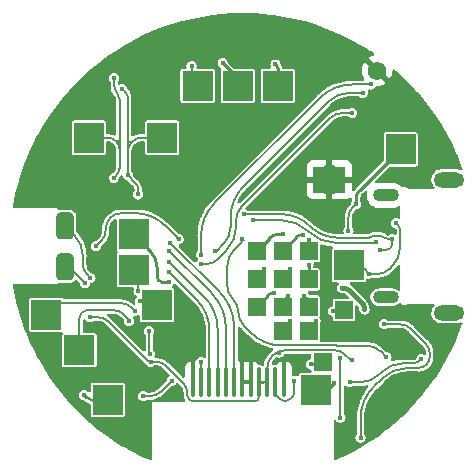
<source format=gbr>
%TF.GenerationSoftware,KiCad,Pcbnew,(6.0.5-0)*%
%TF.CreationDate,2022-09-09T19:09:32+08:00*%
%TF.ProjectId,Nebula,4e656275-6c61-42e6-9b69-6361645f7063,rev?*%
%TF.SameCoordinates,Original*%
%TF.FileFunction,Copper,L1,Top*%
%TF.FilePolarity,Positive*%
%FSLAX46Y46*%
G04 Gerber Fmt 4.6, Leading zero omitted, Abs format (unit mm)*
G04 Created by KiCad (PCBNEW (6.0.5-0)) date 2022-09-09 19:09:32*
%MOMM*%
%LPD*%
G01*
G04 APERTURE LIST*
G04 Aperture macros list*
%AMRoundRect*
0 Rectangle with rounded corners*
0 $1 Rounding radius*
0 $2 $3 $4 $5 $6 $7 $8 $9 X,Y pos of 4 corners*
0 Add a 4 corners polygon primitive as box body*
4,1,4,$2,$3,$4,$5,$6,$7,$8,$9,$2,$3,0*
0 Add four circle primitives for the rounded corners*
1,1,$1+$1,$2,$3*
1,1,$1+$1,$4,$5*
1,1,$1+$1,$6,$7*
1,1,$1+$1,$8,$9*
0 Add four rect primitives between the rounded corners*
20,1,$1+$1,$2,$3,$4,$5,0*
20,1,$1+$1,$4,$5,$6,$7,0*
20,1,$1+$1,$6,$7,$8,$9,0*
20,1,$1+$1,$8,$9,$2,$3,0*%
G04 Aperture macros list end*
%TA.AperFunction,SMDPad,CuDef*%
%ADD10R,2.500000X2.500000*%
%TD*%
%TA.AperFunction,SMDPad,CuDef*%
%ADD11R,1.500000X1.500000*%
%TD*%
%TA.AperFunction,SMDPad,CuDef*%
%ADD12RoundRect,0.087500X0.087500X-1.162500X0.087500X1.162500X-0.087500X1.162500X-0.087500X-1.162500X0*%
%TD*%
%TA.AperFunction,ComponentPad*%
%ADD13C,0.600000*%
%TD*%
%TA.AperFunction,SMDPad,CuDef*%
%ADD14R,2.800000X2.300000*%
%TD*%
%TA.AperFunction,SMDPad,CuDef*%
%ADD15RoundRect,0.381000X-0.381000X0.762000X-0.381000X-0.762000X0.381000X-0.762000X0.381000X0.762000X0*%
%TD*%
%TA.AperFunction,ComponentPad*%
%ADD16C,1.560000*%
%TD*%
%TA.AperFunction,ComponentPad*%
%ADD17O,2.200000X1.100000*%
%TD*%
%TA.AperFunction,ComponentPad*%
%ADD18O,2.600000X1.300000*%
%TD*%
%TA.AperFunction,ViaPad*%
%ADD19C,0.450000*%
%TD*%
%TA.AperFunction,Conductor*%
%ADD20C,0.200000*%
%TD*%
%TA.AperFunction,Conductor*%
%ADD21C,0.250000*%
%TD*%
%TA.AperFunction,Conductor*%
%ADD22C,0.400000*%
%TD*%
G04 APERTURE END LIST*
D10*
%TO.P,SDA,1,1*%
%TO.N,SDA*%
X148800000Y-80800000D03*
%TD*%
%TO.P,HES3,1,1*%
%TO.N,HES3*%
X151800000Y-76400000D03*
%TD*%
%TO.P,GAIN,1,1*%
%TO.N,GAIN*%
X139000000Y-95800000D03*
%TD*%
%TO.P,BCLK,1,1*%
%TO.N,BCLK{slash}SCK*%
X146400000Y-92000000D03*
%TD*%
D11*
%TO.P,35,1,1*%
%TO.N,Net-(U4-Pad31)*%
X159000000Y-92800000D03*
%TD*%
D10*
%TO.P,HES2,1,1*%
%TO.N,HES2*%
X155200000Y-76400000D03*
%TD*%
D11*
%TO.P,38,1,1*%
%TO.N,Net-(U4-Pad34)*%
X159000000Y-95100000D03*
%TD*%
%TO.P,39,1,1*%
%TO.N,Net-(U4-Pad35)*%
X161200000Y-95100000D03*
%TD*%
D10*
%TO.P,IN+,1,1*%
%TO.N,VCC_IN*%
X164600000Y-91600000D03*
%TD*%
D11*
%TO.P,46,1,1*%
%TO.N,Net-(U4-Pad44)*%
X162400000Y-99800000D03*
%TD*%
D10*
%TO.P,IO0,1,1*%
%TO.N,IO0*%
X144200000Y-103000000D03*
%TD*%
%TO.P,SD,1,1*%
%TO.N,SD*%
X141800000Y-98800000D03*
%TD*%
D11*
%TO.P,37,1,1*%
%TO.N,Net-(U4-Pad33)*%
X156800000Y-95100000D03*
%TD*%
%TO.P,48,1,1*%
%TO.N,Net-(U4-Pad30)*%
X161200000Y-90400000D03*
%TD*%
D10*
%TO.P,HES1,1,1*%
%TO.N,HES1*%
X158600000Y-76400000D03*
%TD*%
D11*
%TO.P,47,1,1*%
%TO.N,Net-(U4-Pad27)*%
X156800000Y-90400000D03*
%TD*%
%TO.P,42,1,1*%
%TO.N,Net-(U4-Pad38)*%
X164200000Y-95400000D03*
%TD*%
%TO.P,36,1,1*%
%TO.N,Net-(U4-Pad32)*%
X161200000Y-92800000D03*
%TD*%
D10*
%TO.P,EN,1,1*%
%TO.N,EN*%
X161800000Y-102200000D03*
%TD*%
%TO.P,LRCLK,1,1*%
%TO.N,LRCLK{slash}WS*%
X146400000Y-89000000D03*
%TD*%
%TO.P,DIN,1,1*%
%TO.N,DIN{slash}SD*%
X148400000Y-95000000D03*
%TD*%
D11*
%TO.P,34,1,1*%
%TO.N,Net-(U4-Pad29)*%
X159000000Y-90400000D03*
%TD*%
D10*
%TO.P,SCL,1,1*%
%TO.N,SCL*%
X142600000Y-80800000D03*
%TD*%
D11*
%TO.P,33,1,1*%
%TO.N,Net-(U4-Pad28)*%
X156800000Y-92800000D03*
%TD*%
%TO.P,41,1,1*%
%TO.N,Net-(U4-Pad37)*%
X161200000Y-97200000D03*
%TD*%
%TO.P,40,1,1*%
%TO.N,Net-(U4-Pad36)*%
X159000000Y-97200000D03*
%TD*%
D10*
%TO.P,PSU,1,1*%
%TO.N,PSU*%
X169000000Y-81800000D03*
%TD*%
D12*
%TO.P,J2,1,Pin_1*%
%TO.N,GND*%
X159119000Y-101500000D03*
%TO.P,J2,2,Pin_2*%
%TO.N,Net-(J2-Pad2)*%
X158400000Y-101500000D03*
%TO.P,J2,3,Pin_3*%
%TO.N,+3V3*%
X157700000Y-101500000D03*
%TO.P,J2,4,Pin_4*%
X157000000Y-101500000D03*
%TO.P,J2,5,Pin_5*%
%TO.N,GND*%
X156300000Y-101500000D03*
%TO.P,J2,6,Pin_6*%
X155600000Y-101500000D03*
%TO.P,J2,7,Pin_7*%
%TO.N,DC*%
X154900000Y-101500000D03*
%TO.P,J2,8,Pin_8*%
%TO.N,CS*%
X154200000Y-101500000D03*
%TO.P,J2,9,Pin_9*%
%TO.N,SCK*%
X153500000Y-101500000D03*
%TO.P,J2,10,Pin_10*%
%TO.N,MOSI*%
X152800000Y-101500000D03*
%TO.P,J2,11,Pin_11*%
%TO.N,RES*%
X152100000Y-101500000D03*
%TO.P,J2,12,Pin_12*%
%TO.N,GND*%
X151400000Y-101500000D03*
%TD*%
D13*
%TO.P,U7,11,PAD*%
%TO.N,GND*%
X163723586Y-83850003D03*
D14*
X162973586Y-84350003D03*
D13*
X162223586Y-83850003D03*
X162973586Y-84350003D03*
X162223586Y-84850003D03*
X163723586Y-84850003D03*
%TD*%
D15*
%TO.P,LS1,1,1*%
%TO.N,Net-(LS1-Pad1)*%
X140578584Y-88250000D03*
%TO.P,LS1,2,2*%
%TO.N,Net-(LS1-Pad2)*%
X140578584Y-91750000D03*
%TD*%
D16*
%TO.P,U11,5,GND*%
%TO.N,GND*%
X167011273Y-75131533D03*
%TD*%
D17*
%TO.P,J1,S1,SHIELD*%
%TO.N,GND*%
X167740000Y-85680000D03*
%TO.P,J1,S2*%
%TO.N,N/C*%
X167740000Y-94320000D03*
D18*
%TO.P,J1,S3*%
X173100000Y-84350000D03*
%TO.P,J1,S4*%
X173100000Y-95650000D03*
%TD*%
D19*
%TO.N,+3V3*%
X142700000Y-96000000D03*
X158700000Y-99000000D03*
X147825000Y-99775000D03*
X164900000Y-99600000D03*
%TO.N,GND*%
X141100000Y-93600000D03*
X166300000Y-88100000D03*
X146546673Y-82999999D03*
X142600000Y-77100000D03*
X172000000Y-99500000D03*
X144501599Y-77699989D03*
X165300000Y-83100000D03*
X165400000Y-95900000D03*
X161350553Y-82105500D03*
X150200000Y-100100000D03*
X168000000Y-84200000D03*
X146900000Y-73400000D03*
X144800000Y-102000000D03*
X144400000Y-91800000D03*
X165500000Y-97600000D03*
X153300000Y-71000000D03*
X149800000Y-75900000D03*
X160200000Y-100400000D03*
X141800000Y-84300000D03*
X167500000Y-103300000D03*
X139400000Y-93900000D03*
X156400000Y-98800000D03*
X163600000Y-96800000D03*
X160400000Y-75500000D03*
X164600000Y-103300000D03*
X167000000Y-102600000D03*
X168100000Y-103900000D03*
X157900000Y-70800000D03*
X139600000Y-80800000D03*
%TO.N,EN*%
X170757021Y-99557021D03*
X164700000Y-101500000D03*
X163375500Y-101600000D03*
%TO.N,IO0*%
X142200000Y-102600000D03*
%TO.N,+BATT*%
X165950000Y-95350000D03*
X164050000Y-93550000D03*
%TO.N,PSU*%
X165226792Y-86426792D03*
X164582732Y-88677268D03*
%TO.N,STAT*%
X167600000Y-96600000D03*
X165600000Y-106200000D03*
%TO.N,VCC_IN*%
X166315489Y-92315489D03*
X168600000Y-88050000D03*
%TO.N,D+*%
X156500000Y-87800000D03*
X166872525Y-89633435D03*
%TO.N,D-*%
X155724511Y-87275489D03*
X168265304Y-89408713D03*
X167280000Y-90300000D03*
%TO.N,Net-(LS1-Pad1)*%
X142734652Y-92665348D03*
%TO.N,Net-(LS1-Pad2)*%
X142275384Y-93124616D03*
%TO.N,HES1*%
X158400000Y-74600000D03*
%TO.N,HES2*%
X153923584Y-74476416D03*
%TO.N,HES3*%
X151293042Y-74706958D03*
%TO.N,Battery*%
X155600000Y-89400000D03*
X167800000Y-99400000D03*
%TO.N,LED*%
X147770764Y-99127766D03*
X147700000Y-97200000D03*
%TO.N,Net-(J2-Pad2)*%
X147211792Y-102688208D03*
X160000000Y-101400000D03*
X149600000Y-101400000D03*
%TO.N,LRCLK{slash}WS*%
X149400000Y-93000000D03*
X152100000Y-90700000D03*
X166500000Y-76300000D03*
%TO.N,BCLK{slash}SCK*%
X146800000Y-93800000D03*
X152100000Y-91500000D03*
X164900000Y-78700000D03*
%TO.N,GAIN*%
X146500000Y-95500000D03*
%TO.N,DIN{slash}SD*%
X153300000Y-90400000D03*
X165800000Y-77000000D03*
X146950000Y-94650000D03*
%TO.N,SD*%
X145990703Y-96350000D03*
%TO.N,Net-(U4-Pad28)*%
X157400000Y-91900000D03*
%TO.N,INT1*%
X143200000Y-90000000D03*
X150200000Y-89400000D03*
%TO.N,Net-(U4-Pad29)*%
X160700000Y-89038740D03*
%TO.N,Net-(U4-Pad31)*%
X159600000Y-91900000D03*
%TO.N,Net-(U4-Pad32)*%
X161200000Y-91574502D03*
%TO.N,Net-(U4-Pad33)*%
X158300000Y-93974502D03*
%TO.N,Net-(U4-Pad34)*%
X159500000Y-94200000D03*
%TO.N,Net-(U4-Pad35)*%
X160800000Y-94200000D03*
%TO.N,Net-(U4-Pad36)*%
X159600000Y-96300000D03*
%TO.N,Net-(U4-Pad37)*%
X161799082Y-96300000D03*
%TO.N,Net-(U4-Pad38)*%
X163300000Y-95500000D03*
%TO.N,SCL*%
X144740725Y-75759275D03*
X144700000Y-84200000D03*
%TO.N,SDA*%
X145900000Y-84000000D03*
X145400000Y-76700000D03*
X146787500Y-85612500D03*
%TO.N,Net-(U4-Pad44)*%
X161400000Y-100000000D03*
%TO.N,DC*%
X149500000Y-89700000D03*
%TO.N,CS*%
X149400000Y-90400000D03*
%TO.N,SCK*%
X149400000Y-91300000D03*
%TO.N,MOSI*%
X149350000Y-92150000D03*
%TO.N,RES*%
X152100000Y-99800000D03*
%TO.N,Net-(D1-Pad2)*%
X163900000Y-104500000D03*
X163900000Y-99500000D03*
%TO.N,Net-(U4-Pad27)*%
X159000000Y-89000000D03*
%TO.N,Net-(U4-Pad30)*%
X161200000Y-89500000D03*
%TD*%
D20*
%TO.N,+3V3*%
X147812500Y-99762500D02*
X147825000Y-99775000D01*
D21*
X157350000Y-101500000D02*
X157000000Y-101500000D01*
D20*
X143300000Y-96000000D02*
X142700000Y-96000000D01*
X164900000Y-99600000D02*
X164820886Y-99600000D01*
X164685829Y-99544057D02*
X164313800Y-99172028D01*
X150608226Y-101608226D02*
X149110875Y-100110875D01*
X147825000Y-99775000D02*
X148300000Y-99775000D01*
X144324264Y-96424264D02*
X147596966Y-99696966D01*
X159236396Y-98800000D02*
X163415644Y-98800000D01*
X151441314Y-103124977D02*
X156658578Y-103124977D01*
X157000000Y-102783555D02*
X157000000Y-101500000D01*
X150925480Y-102609142D02*
X150925480Y-102374144D01*
X157700000Y-101150000D02*
X157700000Y-100336396D01*
X147782322Y-99750000D02*
X147725000Y-99750000D01*
X158150001Y-99250001D02*
G75*
G02*
X159236396Y-98800000I1086399J-1086399D01*
G01*
X147725000Y-99749990D02*
G75*
G02*
X147596966Y-99696966I0J181090D01*
G01*
X164820886Y-99600009D02*
G75*
G02*
X164685829Y-99544057I14J191009D01*
G01*
X151076548Y-102973908D02*
G75*
G03*
X151441314Y-103124977I364752J364808D01*
G01*
X148300000Y-99775015D02*
G75*
G02*
X149110874Y-100110876I0J-1146785D01*
G01*
X151076588Y-102973868D02*
G75*
G02*
X150925480Y-102609142I364712J364768D01*
G01*
X164313781Y-99172047D02*
G75*
G03*
X163415644Y-98800000I-898181J-898153D01*
G01*
X156899968Y-103024945D02*
G75*
G03*
X157000000Y-102783555I-241368J241445D01*
G01*
X150608250Y-101608202D02*
G75*
G02*
X150925480Y-102374144I-765950J-765898D01*
G01*
X147782322Y-99749991D02*
G75*
G02*
X147812500Y-99762500I-22J-42709D01*
G01*
X156658578Y-103124945D02*
G75*
G03*
X156900000Y-103024977I22J341445D01*
G01*
X157700000Y-101150000D02*
G75*
G02*
X157350000Y-101500000I-350000J0D01*
G01*
X143300000Y-95999992D02*
G75*
G02*
X144324264Y-96424264I0J-1448508D01*
G01*
X157699999Y-100336396D02*
G75*
G02*
X158150000Y-99250000I1536401J-4D01*
G01*
D21*
%TO.N,GND*%
X156300000Y-101500000D02*
X155600000Y-101500000D01*
%TO.N,EN*%
X162187750Y-102400000D02*
X161800000Y-102400000D01*
X163375500Y-101600000D02*
X162849680Y-102125819D01*
D20*
X167334753Y-100700239D02*
X167183762Y-100851231D01*
X164700000Y-101500000D02*
X165617497Y-101500000D01*
X170585291Y-99728750D02*
X170757021Y-99557021D01*
X170170699Y-99900480D02*
X169265545Y-99900480D01*
X170170699Y-99900461D02*
G75*
G03*
X170585290Y-99728749I1J586361D01*
G01*
X165617497Y-101500007D02*
G75*
G03*
X167183762Y-100851231I3J2215007D01*
G01*
X169265545Y-99900502D02*
G75*
G03*
X167334753Y-100700239I-45J-2730498D01*
G01*
D21*
X162187750Y-102400037D02*
G75*
G03*
X162849679Y-102125818I-50J936137D01*
G01*
%TO.N,IO0*%
X142200000Y-102600000D02*
X142400000Y-102800000D01*
X142882842Y-103000000D02*
X144200000Y-103000000D01*
X142399987Y-102800013D02*
G75*
G03*
X142882842Y-103000000I482813J482813D01*
G01*
D20*
%TO.N,+BATT*%
X165950000Y-95350000D02*
X165925000Y-95350000D01*
D22*
X165776602Y-94877580D02*
X164590097Y-93691075D01*
X165900000Y-95175489D02*
X165900000Y-95325000D01*
X164249511Y-93550000D02*
X164050000Y-93550000D01*
D20*
X165900000Y-95300000D02*
X165800000Y-95300000D01*
D22*
X165900009Y-95175489D02*
G75*
G03*
X165776601Y-94877581I-421309J-11D01*
G01*
X164249511Y-93550004D02*
G75*
G02*
X164590097Y-93691075I-11J-481696D01*
G01*
X165925000Y-95350000D02*
G75*
G02*
X165900000Y-95325000I0J25000D01*
G01*
D21*
%TO.N,PSU*%
X165528579Y-85271420D02*
X169000000Y-81800000D01*
D20*
X164914762Y-86738822D02*
X165246792Y-86406792D01*
X164582732Y-88677268D02*
X164582732Y-87540413D01*
D21*
X165226792Y-86426792D02*
X165226792Y-86000000D01*
X165226775Y-86000000D02*
G75*
G02*
X165528580Y-85271421I1030325J0D01*
G01*
D20*
X164582726Y-87540413D02*
G75*
G02*
X164914762Y-86738822I1133574J13D01*
G01*
%TO.N,STAT*%
X166731370Y-101868628D02*
X167380761Y-101219238D01*
X168934314Y-96600000D02*
X167600000Y-96600000D01*
X169900000Y-97000000D02*
X171069248Y-98169248D01*
X171475489Y-99150000D02*
X171475489Y-99317578D01*
X165600000Y-106200000D02*
X165600000Y-104600000D01*
X170493067Y-100300000D02*
X169600000Y-100300000D01*
X171475482Y-99317578D02*
G75*
G02*
X171187743Y-100012254I-982382J-22D01*
G01*
X168934314Y-96599994D02*
G75*
G02*
X169900000Y-97000000I-14J-1365706D01*
G01*
X171187756Y-100012267D02*
G75*
G02*
X170493067Y-100300000I-694656J694667D01*
G01*
X165599987Y-104600000D02*
G75*
G02*
X166731370Y-101868628I3862713J0D01*
G01*
X169600000Y-100300006D02*
G75*
G03*
X167380761Y-101219238I0J-3138494D01*
G01*
X171069247Y-98169249D02*
G75*
G02*
X171475489Y-99150000I-980747J-980751D01*
G01*
%TO.N,VCC_IN*%
X168780000Y-88180000D02*
X168600000Y-88000000D01*
X166315489Y-92315489D02*
X166257744Y-92257744D01*
X168960000Y-90055405D02*
X168960000Y-88614558D01*
X166315489Y-92315489D02*
X165953553Y-91953553D01*
X165100000Y-91600000D02*
X164600000Y-91600000D01*
X168285000Y-91685000D02*
X168080226Y-91889773D01*
X166945000Y-92360000D02*
X166280000Y-92360000D01*
X168960017Y-88614558D02*
G75*
G03*
X168780000Y-88180000I-614617J-42D01*
G01*
X165100000Y-91599999D02*
G75*
G02*
X165953552Y-91953554I0J-1207101D01*
G01*
X168080236Y-91889783D02*
G75*
G02*
X166945000Y-92360000I-1135236J1135283D01*
G01*
X166118336Y-92199988D02*
G75*
G02*
X166257744Y-92257744I-36J-197212D01*
G01*
X168960002Y-90055405D02*
G75*
G02*
X168285000Y-91685000I-2304602J5D01*
G01*
%TO.N,D+*%
X163493502Y-89700000D02*
X166701288Y-89700000D01*
X166792425Y-89662250D02*
X166830175Y-89624500D01*
X156500000Y-87800000D02*
X158906497Y-87800000D01*
X166792434Y-89662259D02*
G75*
G02*
X166701288Y-89700000I-91134J91159D01*
G01*
X158906497Y-87800002D02*
G75*
G02*
X161199999Y-88750001I3J-3243498D01*
G01*
X163493502Y-89699998D02*
G75*
G02*
X161200001Y-88749999I-2J3243498D01*
G01*
%TO.N,D-*%
X168300000Y-89467942D02*
X168300000Y-89787867D01*
X167983825Y-89408713D02*
X168265304Y-89408713D01*
X168282652Y-89426061D02*
X168265304Y-89408713D01*
X167787867Y-90300000D02*
X167280000Y-90300000D01*
X163695338Y-89270000D02*
X166322687Y-89270000D01*
X166733129Y-89099989D02*
X167238500Y-89099989D01*
X158880162Y-87275489D02*
X155724511Y-87275489D01*
X166322687Y-89269998D02*
G75*
G03*
X166527908Y-89184994I13J290198D01*
G01*
X168150009Y-90150009D02*
G75*
G03*
X168300000Y-89787867I-362109J362109D01*
G01*
X163695338Y-89269985D02*
G75*
G02*
X161287750Y-88272744I-38J3404785D01*
G01*
X158880162Y-87275506D02*
G75*
G02*
X161287750Y-88272744I38J-3404794D01*
G01*
X166733129Y-89100005D02*
G75*
G03*
X166527908Y-89184994I-29J-290195D01*
G01*
X168150009Y-90150009D02*
G75*
G02*
X167787867Y-90300000I-362109J362109D01*
G01*
X167611153Y-89254361D02*
G75*
G03*
X167983825Y-89408713I372647J372661D01*
G01*
X167611160Y-89254354D02*
G75*
G03*
X167238500Y-89099989I-372660J-372646D01*
G01*
X168299978Y-89467942D02*
G75*
G03*
X168282652Y-89426061I-59178J42D01*
G01*
%TO.N,Net-(LS1-Pad1)*%
X142417326Y-92348022D02*
X142734652Y-92665348D01*
X141339292Y-89010708D02*
X140578584Y-88250000D01*
X142100000Y-90847219D02*
X142100000Y-91581929D01*
X141339298Y-89010702D02*
G75*
G02*
X142100000Y-90847219I-1836498J-1836498D01*
G01*
X142099974Y-91581929D02*
G75*
G03*
X142417326Y-92348022I1083426J29D01*
G01*
%TO.N,Net-(LS1-Pad2)*%
X142275384Y-93124616D02*
X141014677Y-91863909D01*
D21*
%TO.N,HES1*%
X158600000Y-74941421D02*
X158600000Y-76400000D01*
X158500000Y-74700000D02*
X158400000Y-74600000D01*
X158599991Y-74941421D02*
G75*
G03*
X158500000Y-74700000I-341391J21D01*
G01*
%TO.N,HES2*%
X155200000Y-76076416D02*
X155200000Y-76400000D01*
X154971191Y-75524023D02*
X153923584Y-74476416D01*
X155199988Y-76076416D02*
G75*
G03*
X154971190Y-75524024I-781188J16D01*
G01*
D20*
%TO.N,HES3*%
X151293042Y-75534568D02*
X151293042Y-74706958D01*
X151546521Y-76146521D02*
X151800000Y-76400000D01*
X151546500Y-76146542D02*
G75*
G02*
X151293042Y-75534568I612000J611942D01*
G01*
%TO.N,Battery*%
X155600000Y-89400000D02*
X155700899Y-89500899D01*
X154300000Y-93289715D02*
X154300000Y-91784593D01*
X167800000Y-99400000D02*
X167303331Y-98903331D01*
X158909081Y-98400480D02*
X163576757Y-98400480D01*
X163591685Y-98406663D02*
X166104267Y-98406663D01*
X155600000Y-89482677D02*
X155600000Y-89400000D01*
X155735989Y-96735989D02*
X156333737Y-97333737D01*
X155541538Y-89623816D02*
X154950000Y-90215355D01*
X154783497Y-94456981D02*
X154798000Y-94471484D01*
X154783497Y-94456981D02*
G75*
G02*
X154300000Y-93289715I1167303J1167281D01*
G01*
X154299985Y-91784593D02*
G75*
G02*
X154950001Y-90215356I2219215J-7D01*
G01*
X166104267Y-98406688D02*
G75*
G02*
X167303330Y-98903332I33J-1695712D01*
G01*
X163576757Y-98400500D02*
G75*
G02*
X163584221Y-98403571I43J-10500D01*
G01*
X155266954Y-95603737D02*
G75*
G03*
X154798000Y-94471484I-1601254J37D01*
G01*
X155736016Y-96735962D02*
G75*
G02*
X155266995Y-95603737I1132184J1132262D01*
G01*
X155541550Y-89623828D02*
G75*
G03*
X155600000Y-89482677I-141150J141128D01*
G01*
X158909081Y-98400494D02*
G75*
G02*
X156333738Y-97333736I19J3642094D01*
G01*
X163591685Y-98406671D02*
G75*
G02*
X163584221Y-98403571I15J10571D01*
G01*
%TO.N,LED*%
X147735382Y-99092384D02*
X147770764Y-99127766D01*
X147700000Y-99006964D02*
X147700000Y-97200000D01*
X147735364Y-99092401D02*
G75*
G02*
X147700000Y-99006964I85436J85401D01*
G01*
%TO.N,Net-(J2-Pad2)*%
X160000000Y-102228785D02*
X160000000Y-101400000D01*
X159737511Y-102862488D02*
X159661831Y-102938168D01*
X147211792Y-102688208D02*
X147761792Y-102688208D01*
X158673324Y-102851652D02*
X158759840Y-102938168D01*
X158400000Y-102191788D02*
X158400000Y-101500000D01*
X148700700Y-102299299D02*
X149600000Y-101400000D01*
X147761792Y-102688204D02*
G75*
G03*
X148700700Y-102299299I8J1327804D01*
G01*
X159661808Y-102938145D02*
G75*
G02*
X159210836Y-103124977I-451008J450945D01*
G01*
X159737521Y-102862498D02*
G75*
G03*
X160000000Y-102228785I-633721J633698D01*
G01*
X158759828Y-102938180D02*
G75*
G03*
X159210836Y-103124977I450972J450980D01*
G01*
X158400012Y-102191788D02*
G75*
G03*
X158673324Y-102851652I933188J-12D01*
G01*
D21*
%TO.N,LRCLK{slash}WS*%
X148741421Y-93000000D02*
X149400000Y-93000000D01*
X147763603Y-90363603D02*
X146400000Y-89000000D01*
D20*
X162168629Y-77431370D02*
X153231370Y-86368629D01*
X152100000Y-90700000D02*
X152100000Y-89100000D01*
X164900000Y-76300000D02*
X166500000Y-76300000D01*
D21*
X148400000Y-92658578D02*
X148400000Y-91900000D01*
D20*
X164900000Y-76299988D02*
G75*
G03*
X162168630Y-77431371I0J-3862712D01*
G01*
D21*
X148399997Y-91900000D02*
G75*
G03*
X147763602Y-90363604I-2172797J0D01*
G01*
X148499994Y-92900006D02*
G75*
G02*
X148400000Y-92658578I241406J241406D01*
G01*
X148499994Y-92900006D02*
G75*
G03*
X148741421Y-93000000I241406J241406D01*
G01*
D20*
X152099988Y-89100000D02*
G75*
G02*
X153231371Y-86368630I3862712J0D01*
G01*
%TO.N,BCLK{slash}SCK*%
X152600175Y-91500000D02*
X152100000Y-91500000D01*
X164179114Y-78700000D02*
X164900000Y-78700000D01*
X155075489Y-87779007D02*
X155075489Y-88303800D01*
X154212068Y-90388281D02*
X153454026Y-91146322D01*
X146800000Y-93800000D02*
X146800000Y-92682842D01*
X155567824Y-86590403D02*
X162948484Y-79209743D01*
X146600000Y-92200000D02*
X146400000Y-92000000D01*
X162948472Y-79209731D02*
G75*
G02*
X164179114Y-78700000I1230628J-1230669D01*
G01*
X146600013Y-92199987D02*
G75*
G02*
X146800000Y-92682842I-482813J-482813D01*
G01*
X155567827Y-86590406D02*
G75*
G03*
X155075489Y-87779007I1188573J-1188594D01*
G01*
X155075492Y-88303800D02*
G75*
G02*
X154212068Y-90388281I-2947892J0D01*
G01*
X153454033Y-91146329D02*
G75*
G02*
X152600175Y-91500000I-853833J853829D01*
G01*
%TO.N,GAIN*%
X146500000Y-95500000D02*
X146150000Y-95150000D01*
X145305025Y-94800000D02*
X140200000Y-94800000D01*
X146149993Y-95150007D02*
G75*
G03*
X145305025Y-94800000I-844993J-844993D01*
G01*
%TO.N,DIN{slash}SD*%
X148002512Y-94650000D02*
X146950000Y-94650000D01*
X154600000Y-88351471D02*
X154600000Y-87600000D01*
X153350000Y-90400000D02*
X153300000Y-90400000D01*
X148425000Y-94825000D02*
X148600000Y-95000000D01*
X154000000Y-89800000D02*
X153435355Y-90364644D01*
X165800000Y-77000000D02*
X164700000Y-77000000D01*
X162822182Y-77777817D02*
X155731370Y-84868629D01*
X164700000Y-76999990D02*
G75*
G03*
X162822183Y-77777818I0J-2655610D01*
G01*
X154599988Y-87600000D02*
G75*
G02*
X155731371Y-84868630I3862712J0D01*
G01*
X148424996Y-94825004D02*
G75*
G03*
X148002512Y-94650000I-422496J-422496D01*
G01*
X153435353Y-90364642D02*
G75*
G02*
X153350000Y-90400000I-85353J85342D01*
G01*
X154000008Y-89800008D02*
G75*
G03*
X154600000Y-88351471I-1448508J1448508D01*
G01*
%TO.N,SD*%
X145990703Y-96350000D02*
X145990703Y-96270351D01*
X145934383Y-96134383D02*
X145595351Y-95795351D01*
X141800000Y-96082842D02*
X141800000Y-98800000D01*
X142482842Y-95400000D02*
X144640888Y-95400000D01*
X141800018Y-96082842D02*
G75*
G02*
X142000000Y-95600000I682782J42D01*
G01*
X141999987Y-95599987D02*
G75*
G02*
X142482842Y-95400000I482813J-482813D01*
G01*
X144640888Y-95400004D02*
G75*
G02*
X145595351Y-95795351I12J-1349796D01*
G01*
X145990733Y-96270351D02*
G75*
G03*
X145934383Y-96134383I-192333J-49D01*
G01*
D21*
%TO.N,Net-(U4-Pad28)*%
X156906066Y-92393933D02*
X157400000Y-91900000D01*
X156800000Y-92650000D02*
X156800000Y-92800000D01*
X156799990Y-92650000D02*
G75*
G02*
X156906066Y-92393933I362110J0D01*
G01*
D20*
%TO.N,INT1*%
X150042282Y-89243801D02*
X149020381Y-88221900D01*
X150087744Y-89287744D02*
X150200000Y-89400000D01*
X143200000Y-90000000D02*
X143612254Y-89587744D01*
X146553295Y-87200000D02*
X145348354Y-87200000D01*
X144024509Y-88523845D02*
X144024509Y-88592472D01*
X144024525Y-88523845D02*
G75*
G02*
X144412254Y-87587745I1323775J45D01*
G01*
X149020386Y-88221895D02*
G75*
G03*
X146553295Y-87200000I-2467086J-2467105D01*
G01*
X150087745Y-89287743D02*
G75*
G02*
X150042283Y-89243800I6483655J6753243D01*
G01*
X145348354Y-87199954D02*
G75*
G03*
X144412254Y-87587745I46J-1323846D01*
G01*
X143612264Y-89587754D02*
G75*
G03*
X144024509Y-88592472I-995264J995254D01*
G01*
D21*
%TO.N,Net-(U4-Pad29)*%
X160241497Y-89158502D02*
X159000000Y-90400000D01*
X160530630Y-89038740D02*
X160700000Y-89038740D01*
X160241490Y-89158495D02*
G75*
G02*
X160530630Y-89038740I289110J-289105D01*
G01*
%TO.N,Net-(U4-Pad31)*%
X159000000Y-92650000D02*
X159000000Y-92800000D01*
X159106066Y-92393933D02*
X159600000Y-91900000D01*
X158999990Y-92650000D02*
G75*
G02*
X159106066Y-92393933I362110J0D01*
G01*
%TO.N,Net-(U4-Pad32)*%
X161200000Y-91574502D02*
X161200000Y-92800000D01*
%TO.N,Net-(U4-Pad33)*%
X158300000Y-93974502D02*
X158112749Y-93974502D01*
X157793091Y-94106908D02*
X156800000Y-95100000D01*
X157793060Y-94106877D02*
G75*
G02*
X158112749Y-93974502I319640J-319723D01*
G01*
%TO.N,Net-(U4-Pad34)*%
X159000000Y-94900000D02*
X159000000Y-95100000D01*
X159141421Y-94558578D02*
X159500000Y-94200000D01*
X158999987Y-94900000D02*
G75*
G02*
X159141421Y-94558578I482813J0D01*
G01*
%TO.N,Net-(U4-Pad35)*%
X161200000Y-94850000D02*
X161200000Y-95100000D01*
X161023223Y-94423223D02*
X160800000Y-94200000D01*
X161199986Y-94850000D02*
G75*
G03*
X161023223Y-94423223I-603586J0D01*
G01*
%TO.N,Net-(U4-Pad36)*%
X159106066Y-96793933D02*
X159600000Y-96300000D01*
X159000000Y-97050000D02*
X159000000Y-97200000D01*
X158999990Y-97050000D02*
G75*
G02*
X159106066Y-96793933I362110J0D01*
G01*
%TO.N,Net-(U4-Pad37)*%
X161200000Y-97049541D02*
X161200000Y-97200000D01*
X161799082Y-96300000D02*
X161306390Y-96792691D01*
X161200017Y-97049541D02*
G75*
G02*
X161306390Y-96792691I363183J41D01*
G01*
%TO.N,Net-(U4-Pad38)*%
X163470710Y-95400000D02*
X164200000Y-95400000D01*
X163350000Y-95450000D02*
X163300000Y-95500000D01*
X163349997Y-95449997D02*
G75*
G02*
X163470710Y-95400000I120703J-120703D01*
G01*
D20*
%TO.N,SCL*%
X145200000Y-83346446D02*
X145200000Y-81824264D01*
X144175735Y-80800000D02*
X142600000Y-80800000D01*
X144950000Y-83950000D02*
X144700000Y-84200000D01*
X144740725Y-76457740D02*
X144740725Y-75759275D01*
X145200000Y-80975735D02*
X145200000Y-81824264D01*
X145200000Y-77566528D02*
X145200000Y-80975735D01*
X145200014Y-81824264D02*
G75*
G03*
X144899999Y-81100001I-1024314J-36D01*
G01*
X144970394Y-77012102D02*
G75*
G02*
X144740725Y-76457740I554306J554402D01*
G01*
X145200019Y-83346446D02*
G75*
G02*
X144950000Y-83950000I-853619J46D01*
G01*
X144900061Y-81099939D02*
G75*
G03*
X145200000Y-80975735I124239J124239D01*
G01*
X144175735Y-80799986D02*
G75*
G02*
X144899999Y-81100001I-35J-1024314D01*
G01*
X144970370Y-77012126D02*
G75*
G02*
X145200000Y-77566528I-554370J-554374D01*
G01*
%TO.N,SDA*%
X147094974Y-80800000D02*
X148800000Y-80800000D01*
X146787500Y-85612500D02*
X146787500Y-85250000D01*
X145900000Y-84000000D02*
X145900000Y-81994974D01*
X145450000Y-76700000D02*
X145400000Y-76700000D01*
X145900000Y-81005025D02*
X145900000Y-81994974D01*
X145900000Y-84000000D02*
X146531173Y-84631173D01*
X145535355Y-76735355D02*
X145700000Y-76900000D01*
X145900000Y-81005025D02*
X145900000Y-77382842D01*
X145899990Y-81994974D02*
G75*
G02*
X146250000Y-81150000I1195010J-26D01*
G01*
X146787486Y-85250000D02*
G75*
G03*
X146531173Y-84631173I-875186J0D01*
G01*
X145899940Y-81005025D02*
G75*
G03*
X146249999Y-81149999I205060J25D01*
G01*
X145450000Y-76699997D02*
G75*
G02*
X145535355Y-76735355I0J-120703D01*
G01*
X147094974Y-80799990D02*
G75*
G03*
X146250000Y-81150000I26J-1195010D01*
G01*
X145899982Y-77382842D02*
G75*
G03*
X145700000Y-76900000I-682782J42D01*
G01*
D21*
%TO.N,Net-(U4-Pad44)*%
X161400000Y-100000000D02*
X162400000Y-100000000D01*
D20*
%TO.N,DC*%
X154900000Y-96850000D02*
X154900000Y-101500000D01*
X153662563Y-93862563D02*
X149500000Y-89700000D01*
X154899992Y-96850000D02*
G75*
G03*
X153662563Y-93862563I-4224892J0D01*
G01*
%TO.N,CS*%
X152997918Y-93997918D02*
X149400000Y-90400000D01*
X154200000Y-96900000D02*
X154200000Y-101500000D01*
X154199989Y-96900000D02*
G75*
G03*
X152997918Y-93997918I-4104189J0D01*
G01*
%TO.N,SCK*%
X149400000Y-91300000D02*
X152368629Y-94268629D01*
X153500000Y-97000000D02*
X153500000Y-101500000D01*
X152368620Y-94268638D02*
G75*
G02*
X153500000Y-97000000I-2731320J-2731362D01*
G01*
%TO.N,MOSI*%
X151739339Y-94539339D02*
X149400000Y-92200000D01*
X152800000Y-97100000D02*
X152800000Y-101500000D01*
X152800005Y-97100000D02*
G75*
G03*
X151739338Y-94539340I-3621305J0D01*
G01*
%TO.N,RES*%
X152100000Y-99800000D02*
X152100000Y-101500000D01*
%TO.N,Net-(D1-Pad2)*%
X163900000Y-104500000D02*
X163900000Y-99500000D01*
D21*
%TO.N,Net-(U4-Pad27)*%
X159000000Y-89000000D02*
X158600000Y-89000000D01*
X157917157Y-89282842D02*
X156800000Y-90400000D01*
X157917154Y-89282839D02*
G75*
G02*
X158600000Y-89000000I682846J-682861D01*
G01*
%TO.N,Net-(U4-Pad30)*%
X161200000Y-89500000D02*
X161200000Y-90400000D01*
%TD*%
%TA.AperFunction,Conductor*%
%TO.N,GND*%
G36*
X155673264Y-70251132D02*
G01*
X156301925Y-70266596D01*
X156544965Y-70272574D01*
X156550547Y-70272836D01*
X157420444Y-70332983D01*
X157425978Y-70333489D01*
X157934573Y-70391449D01*
X158292364Y-70432224D01*
X158297911Y-70432982D01*
X159159000Y-70570099D01*
X159164508Y-70571102D01*
X159523123Y-70644674D01*
X160018692Y-70746344D01*
X160024111Y-70747581D01*
X160450323Y-70854955D01*
X160869666Y-70960598D01*
X160875063Y-70962086D01*
X161710291Y-71212445D01*
X161715618Y-71214171D01*
X162538917Y-71501395D01*
X162544145Y-71503350D01*
X163353887Y-71826870D01*
X163359039Y-71829063D01*
X164153558Y-72188214D01*
X164158607Y-72190632D01*
X164936429Y-72584745D01*
X164941366Y-72587386D01*
X165700914Y-73015665D01*
X165705700Y-73018505D01*
X166058093Y-73238390D01*
X166445470Y-73480104D01*
X166450153Y-73483173D01*
X166711941Y-73663157D01*
X166756743Y-73718232D01*
X166764657Y-73788786D01*
X166733170Y-73852419D01*
X166673168Y-73888692D01*
X166574382Y-73915162D01*
X166564083Y-73918911D01*
X166369800Y-74009505D01*
X166360305Y-74014988D01*
X166312584Y-74048403D01*
X166304209Y-74058880D01*
X166311277Y-74072327D01*
X168071200Y-75832250D01*
X168082975Y-75838680D01*
X168094990Y-75829384D01*
X168127818Y-75782501D01*
X168133301Y-75773006D01*
X168223895Y-75578723D01*
X168227643Y-75568427D01*
X168283128Y-75361356D01*
X168285030Y-75350569D01*
X168303714Y-75137008D01*
X168303714Y-75133066D01*
X168323716Y-75064945D01*
X168377372Y-75018452D01*
X168447646Y-75008348D01*
X168510032Y-75035983D01*
X168545310Y-75065169D01*
X168549541Y-75068832D01*
X168624867Y-75137008D01*
X169196017Y-75653948D01*
X169200083Y-75657796D01*
X169788829Y-76240284D01*
X169819923Y-76271048D01*
X169823811Y-76275068D01*
X170243799Y-76729253D01*
X170415812Y-76915271D01*
X170419520Y-76919463D01*
X170429120Y-76930818D01*
X170982493Y-77585329D01*
X170986012Y-77589684D01*
X171510585Y-78269196D01*
X171518844Y-78279895D01*
X171522162Y-78284397D01*
X171601327Y-78396948D01*
X172023814Y-78997609D01*
X172026932Y-79002259D01*
X172496391Y-79737031D01*
X172499300Y-79741815D01*
X172935652Y-80496716D01*
X172938344Y-80501621D01*
X173336041Y-81266144D01*
X173340742Y-81275182D01*
X173343211Y-81280196D01*
X173710849Y-82070878D01*
X173713093Y-82076000D01*
X173761934Y-82194552D01*
X174045239Y-82882222D01*
X174047256Y-82887445D01*
X174229359Y-83392027D01*
X174231963Y-83399243D01*
X174236273Y-83470109D01*
X174201587Y-83532055D01*
X174138916Y-83565415D01*
X174068158Y-83559596D01*
X174060195Y-83556211D01*
X174031880Y-83543007D01*
X174031877Y-83543006D01*
X174025703Y-83540127D01*
X174019058Y-83538642D01*
X174019053Y-83538640D01*
X173879129Y-83507365D01*
X173845363Y-83499817D01*
X173839693Y-83499500D01*
X172403836Y-83499500D01*
X172266291Y-83514442D01*
X172091152Y-83573383D01*
X171932756Y-83668557D01*
X171927796Y-83673248D01*
X171927794Y-83673249D01*
X171826334Y-83769196D01*
X171798493Y-83795524D01*
X171694625Y-83948360D01*
X171692092Y-83954694D01*
X171692090Y-83954697D01*
X171628534Y-84113598D01*
X171628533Y-84113603D01*
X171626000Y-84119935D01*
X171622354Y-84141959D01*
X171606442Y-84238078D01*
X171595819Y-84302244D01*
X171596176Y-84309061D01*
X171596176Y-84309065D01*
X171601278Y-84406419D01*
X171605490Y-84486781D01*
X171607301Y-84493354D01*
X171607301Y-84493357D01*
X171652749Y-84658354D01*
X171654562Y-84664936D01*
X171740746Y-84828398D01*
X171768079Y-84860742D01*
X171836893Y-84942173D01*
X171865584Y-85007113D01*
X171854611Y-85077257D01*
X171807457Y-85130333D01*
X171740654Y-85149500D01*
X169680081Y-85149500D01*
X169611960Y-85129498D01*
X169592078Y-85111180D01*
X169590846Y-85112412D01*
X169585005Y-85106571D01*
X169579979Y-85100021D01*
X169528745Y-85060707D01*
X169513315Y-85048867D01*
X169513313Y-85048866D01*
X169506762Y-85043839D01*
X169421499Y-85008522D01*
X169397661Y-85005384D01*
X169358997Y-85000293D01*
X169346995Y-84998117D01*
X169337677Y-84995957D01*
X169337668Y-84995956D01*
X169330718Y-84994345D01*
X169330000Y-84994344D01*
X169313629Y-84998078D01*
X169302062Y-85000154D01*
X169246689Y-85007444D01*
X169238501Y-85008522D01*
X169230872Y-85011682D01*
X169228132Y-85012817D01*
X169225634Y-85013086D01*
X169222893Y-85013820D01*
X169222778Y-85013393D01*
X169157542Y-85020406D01*
X169094055Y-84988627D01*
X169081717Y-84975359D01*
X169053792Y-84940627D01*
X169053789Y-84940624D01*
X169049929Y-84935823D01*
X169043866Y-84930735D01*
X168914704Y-84822356D01*
X168890911Y-84802391D01*
X168885519Y-84799427D01*
X168885515Y-84799424D01*
X168714402Y-84705354D01*
X168709005Y-84702387D01*
X168511139Y-84639621D01*
X168505022Y-84638935D01*
X168505018Y-84638934D01*
X168418706Y-84629253D01*
X168349587Y-84621500D01*
X167137763Y-84621500D01*
X167134707Y-84621800D01*
X167134700Y-84621800D01*
X166989534Y-84636034D01*
X166989531Y-84636035D01*
X166983408Y-84636635D01*
X166948328Y-84647226D01*
X166877336Y-84647767D01*
X166817319Y-84609839D01*
X166787335Y-84545485D01*
X166796903Y-84475136D01*
X166822817Y-84437509D01*
X167972921Y-83287405D01*
X168035233Y-83253379D01*
X168062016Y-83250500D01*
X170269748Y-83250500D01*
X170275816Y-83249293D01*
X170316061Y-83241288D01*
X170316062Y-83241288D01*
X170328231Y-83238867D01*
X170394552Y-83194552D01*
X170438867Y-83128231D01*
X170450500Y-83069748D01*
X170450500Y-80530252D01*
X170444668Y-80500932D01*
X170441288Y-80483939D01*
X170441288Y-80483938D01*
X170438867Y-80471769D01*
X170394552Y-80405448D01*
X170328231Y-80361133D01*
X170316062Y-80358712D01*
X170316061Y-80358712D01*
X170275816Y-80350707D01*
X170269748Y-80349500D01*
X167730252Y-80349500D01*
X167724184Y-80350707D01*
X167683939Y-80358712D01*
X167683938Y-80358712D01*
X167671769Y-80361133D01*
X167605448Y-80405448D01*
X167561133Y-80471769D01*
X167558712Y-80483938D01*
X167558712Y-80483939D01*
X167555332Y-80500932D01*
X167549500Y-80530252D01*
X167549500Y-82737984D01*
X167529498Y-82806105D01*
X167512595Y-82827079D01*
X165326354Y-85013319D01*
X165309532Y-85027435D01*
X165294875Y-85037697D01*
X165287707Y-85047934D01*
X165279235Y-85058728D01*
X165256724Y-85084394D01*
X165181891Y-85169718D01*
X165181886Y-85169724D01*
X165179172Y-85172819D01*
X165115683Y-85267830D01*
X165112349Y-85272820D01*
X165057870Y-85318345D01*
X164987427Y-85327191D01*
X164923384Y-85296548D01*
X164886074Y-85236144D01*
X164881586Y-85202814D01*
X164881586Y-84622118D01*
X164877111Y-84606879D01*
X164875721Y-84605674D01*
X164868038Y-84604003D01*
X164346912Y-84604003D01*
X164321267Y-84611533D01*
X163723586Y-85209213D01*
X163388808Y-85543992D01*
X163326496Y-85578017D01*
X163255680Y-85572952D01*
X163239325Y-85565482D01*
X163230309Y-85560559D01*
X163227586Y-85567860D01*
X163227586Y-85989887D01*
X163232061Y-86005126D01*
X163233451Y-86006331D01*
X163241134Y-86008002D01*
X164418255Y-86008002D01*
X164425076Y-86007632D01*
X164475938Y-86002108D01*
X164491190Y-85998482D01*
X164611640Y-85953327D01*
X164627235Y-85944789D01*
X164696621Y-85892787D01*
X164763128Y-85867939D01*
X164832510Y-85882992D01*
X164882740Y-85933166D01*
X164897719Y-85991789D01*
X164896271Y-86000000D01*
X164898185Y-86010854D01*
X164898185Y-86010857D01*
X164899378Y-86017620D01*
X164901292Y-86039500D01*
X164901292Y-86103576D01*
X164881768Y-86170068D01*
X164878264Y-86173572D01*
X164817073Y-86293666D01*
X164815522Y-86303457D01*
X164815522Y-86303458D01*
X164801294Y-86393289D01*
X164765940Y-86462673D01*
X164728668Y-86499945D01*
X164711842Y-86514064D01*
X164708035Y-86516729D01*
X164708033Y-86516731D01*
X164699004Y-86523053D01*
X164692679Y-86532086D01*
X164691517Y-86533248D01*
X164686277Y-86539923D01*
X164576148Y-86665496D01*
X164471700Y-86821809D01*
X164469873Y-86825513D01*
X164469871Y-86825517D01*
X164394984Y-86977369D01*
X164388549Y-86990417D01*
X164387223Y-86994322D01*
X164387223Y-86994323D01*
X164333112Y-87153729D01*
X164328119Y-87168437D01*
X164327315Y-87172481D01*
X164327313Y-87172487D01*
X164298388Y-87317906D01*
X164291443Y-87352822D01*
X164291174Y-87356930D01*
X164291173Y-87356936D01*
X164289657Y-87380074D01*
X164283872Y-87468356D01*
X164283353Y-87476270D01*
X164282625Y-87481013D01*
X164282849Y-87481035D01*
X164282232Y-87487328D01*
X164282232Y-87490411D01*
X164282117Y-87492760D01*
X164281962Y-87497497D01*
X164280518Y-87519528D01*
X164279510Y-87527888D01*
X164279510Y-87529561D01*
X164277596Y-87540416D01*
X164279510Y-87551270D01*
X164279510Y-87551272D01*
X164280318Y-87555854D01*
X164282232Y-87577734D01*
X164282232Y-88323830D01*
X164262230Y-88391951D01*
X164245327Y-88412925D01*
X164234204Y-88424048D01*
X164173013Y-88544142D01*
X164171463Y-88553931D01*
X164171462Y-88553933D01*
X164159415Y-88629999D01*
X164151928Y-88677268D01*
X164153479Y-88687061D01*
X164171384Y-88800106D01*
X164172895Y-88809649D01*
X164172895Y-88809650D01*
X164173013Y-88810394D01*
X164172917Y-88810409D01*
X164174776Y-88875534D01*
X164138112Y-88936331D01*
X164074399Y-88967655D01*
X164052916Y-88969500D01*
X163732651Y-88969500D01*
X163710775Y-88967586D01*
X163695335Y-88964864D01*
X163684480Y-88966778D01*
X163676727Y-88966778D01*
X163660707Y-88967784D01*
X163397232Y-88954843D01*
X163384940Y-88953633D01*
X163095828Y-88910750D01*
X163083714Y-88908340D01*
X162810937Y-88840015D01*
X162800198Y-88837325D01*
X162788366Y-88833736D01*
X162573960Y-88757022D01*
X162513181Y-88735275D01*
X162501759Y-88730544D01*
X162237550Y-88605584D01*
X162226661Y-88599764D01*
X161975961Y-88449502D01*
X161965685Y-88442635D01*
X161730935Y-88268532D01*
X161721377Y-88260688D01*
X161525973Y-88083585D01*
X161515234Y-88071407D01*
X161509834Y-88066007D01*
X161503514Y-88056981D01*
X161496579Y-88052125D01*
X161491105Y-88047109D01*
X161490654Y-88046677D01*
X161490489Y-88046545D01*
X161488136Y-88044388D01*
X161264179Y-87839170D01*
X161262017Y-87837511D01*
X161262011Y-87837506D01*
X161009659Y-87643871D01*
X161007484Y-87642202D01*
X160985697Y-87628322D01*
X160888974Y-87566704D01*
X160734597Y-87468356D01*
X160566093Y-87380639D01*
X160450023Y-87320217D01*
X160450016Y-87320214D01*
X160447598Y-87318955D01*
X160148669Y-87195137D01*
X160146066Y-87194316D01*
X160146057Y-87194313D01*
X159842701Y-87098668D01*
X159842691Y-87098665D01*
X159840086Y-87097844D01*
X159588271Y-87042020D01*
X159526870Y-87028408D01*
X159526862Y-87028407D01*
X159524198Y-87027816D01*
X159203408Y-86985586D01*
X159200658Y-86985466D01*
X159200647Y-86985465D01*
X158944225Y-86974272D01*
X158896868Y-86972205D01*
X158896532Y-86972168D01*
X158895521Y-86972146D01*
X158895401Y-86972141D01*
X158888624Y-86971845D01*
X158880159Y-86970353D01*
X158869305Y-86972267D01*
X158864721Y-86973075D01*
X158842841Y-86974989D01*
X156077949Y-86974989D01*
X156009828Y-86954987D01*
X155988854Y-86938084D01*
X155977731Y-86926961D01*
X155968898Y-86922460D01*
X155968896Y-86922459D01*
X155919275Y-86897175D01*
X155867660Y-86848427D01*
X155850595Y-86779512D01*
X155873496Y-86712310D01*
X155887384Y-86695814D01*
X157038526Y-85544672D01*
X161065587Y-85544672D01*
X161065957Y-85551493D01*
X161071481Y-85602355D01*
X161075107Y-85617607D01*
X161120262Y-85738057D01*
X161128800Y-85753652D01*
X161205301Y-85855727D01*
X161217862Y-85868288D01*
X161319937Y-85944789D01*
X161335532Y-85953327D01*
X161455980Y-85998481D01*
X161471235Y-86002108D01*
X161522100Y-86007634D01*
X161528914Y-86008003D01*
X162701471Y-86008003D01*
X162716710Y-86003528D01*
X162717915Y-86002138D01*
X162719586Y-85994455D01*
X162719586Y-85571371D01*
X162716349Y-85560346D01*
X162698700Y-85568406D01*
X162628427Y-85578511D01*
X162563845Y-85549019D01*
X162557260Y-85542888D01*
X161990508Y-84976135D01*
X162712995Y-84976135D01*
X162713087Y-84977427D01*
X162716863Y-84979489D01*
X162718084Y-84976215D01*
X162717373Y-84973791D01*
X163229088Y-84973791D01*
X163230823Y-84979702D01*
X163231050Y-84979599D01*
X163234177Y-84973871D01*
X163234085Y-84972579D01*
X163230309Y-84970517D01*
X163229088Y-84973791D01*
X162717373Y-84973791D01*
X162716349Y-84970304D01*
X162716122Y-84970407D01*
X162712995Y-84976135D01*
X161990508Y-84976135D01*
X161864376Y-84850003D01*
X161631186Y-84616814D01*
X161607724Y-84604003D01*
X161083702Y-84604003D01*
X161068463Y-84608478D01*
X161067258Y-84609868D01*
X161065587Y-84617551D01*
X161065587Y-85544672D01*
X157038526Y-85544672D01*
X158505310Y-84077888D01*
X161065586Y-84077888D01*
X161070061Y-84093127D01*
X161071451Y-84094332D01*
X161079134Y-84096003D01*
X161600260Y-84096003D01*
X161625905Y-84088473D01*
X161988244Y-83726135D01*
X162712995Y-83726135D01*
X162713087Y-83727427D01*
X162716863Y-83729489D01*
X162718084Y-83726215D01*
X162717373Y-83723791D01*
X163229088Y-83723791D01*
X163230823Y-83729702D01*
X163231050Y-83729599D01*
X163234177Y-83723871D01*
X163234085Y-83722579D01*
X163230309Y-83720517D01*
X163229088Y-83723791D01*
X162717373Y-83723791D01*
X162716349Y-83720304D01*
X162716122Y-83720407D01*
X162712995Y-83726135D01*
X161988244Y-83726135D01*
X162223586Y-83490793D01*
X162558364Y-83156014D01*
X162620676Y-83121989D01*
X162691492Y-83127054D01*
X162707847Y-83134524D01*
X162716863Y-83139447D01*
X162719586Y-83132146D01*
X162719586Y-83128635D01*
X163227586Y-83128635D01*
X163230823Y-83139660D01*
X163248472Y-83131600D01*
X163318745Y-83121495D01*
X163383327Y-83150987D01*
X163389912Y-83157118D01*
X163723586Y-83490793D01*
X164315986Y-84083192D01*
X164339448Y-84096003D01*
X164863470Y-84096003D01*
X164878709Y-84091528D01*
X164879914Y-84090138D01*
X164881585Y-84082455D01*
X164881585Y-83155334D01*
X164881215Y-83148513D01*
X164875691Y-83097651D01*
X164872065Y-83082399D01*
X164826910Y-82961949D01*
X164818372Y-82946354D01*
X164741871Y-82844279D01*
X164729310Y-82831718D01*
X164627235Y-82755217D01*
X164611640Y-82746679D01*
X164491192Y-82701525D01*
X164475937Y-82697898D01*
X164425072Y-82692372D01*
X164418258Y-82692003D01*
X163245701Y-82692003D01*
X163230462Y-82696478D01*
X163229257Y-82697868D01*
X163227586Y-82705551D01*
X163227586Y-83128635D01*
X162719586Y-83128635D01*
X162719586Y-82710119D01*
X162715111Y-82694880D01*
X162713721Y-82693675D01*
X162706038Y-82692004D01*
X161528917Y-82692004D01*
X161522096Y-82692374D01*
X161471234Y-82697898D01*
X161455982Y-82701524D01*
X161335532Y-82746679D01*
X161319937Y-82755217D01*
X161217862Y-82831718D01*
X161205301Y-82844279D01*
X161128800Y-82946354D01*
X161120262Y-82961949D01*
X161075108Y-83082397D01*
X161071481Y-83097652D01*
X161065955Y-83148517D01*
X161065586Y-83155331D01*
X161065586Y-84077888D01*
X158505310Y-84077888D01*
X163134580Y-79448618D01*
X163151406Y-79434499D01*
X163155213Y-79431834D01*
X163155215Y-79431832D01*
X163164244Y-79425510D01*
X163170567Y-79416480D01*
X163178363Y-79408684D01*
X163178504Y-79408825D01*
X163186864Y-79399498D01*
X163296364Y-79303472D01*
X163309430Y-79293448D01*
X163452296Y-79197991D01*
X163466569Y-79189750D01*
X163493725Y-79176359D01*
X163620692Y-79113748D01*
X163635904Y-79107447D01*
X163798627Y-79052212D01*
X163814544Y-79047947D01*
X163900734Y-79030804D01*
X163983070Y-79014428D01*
X163999410Y-79012277D01*
X164144785Y-79002750D01*
X164157233Y-79003429D01*
X164157233Y-79003221D01*
X164168254Y-79003221D01*
X164179112Y-79005136D01*
X164189974Y-79003221D01*
X164191210Y-79003003D01*
X164194552Y-79002414D01*
X164216428Y-79000500D01*
X164546562Y-79000500D01*
X164614683Y-79020502D01*
X164635657Y-79037405D01*
X164646780Y-79048528D01*
X164766874Y-79109719D01*
X164776663Y-79111269D01*
X164776665Y-79111270D01*
X164890207Y-79129253D01*
X164900000Y-79130804D01*
X164909793Y-79129253D01*
X165023335Y-79111270D01*
X165023337Y-79111269D01*
X165033126Y-79109719D01*
X165153220Y-79048528D01*
X165248528Y-78953220D01*
X165309719Y-78833126D01*
X165312990Y-78812477D01*
X165329253Y-78709793D01*
X165330804Y-78700000D01*
X165315032Y-78600417D01*
X165311270Y-78576665D01*
X165311269Y-78576663D01*
X165309719Y-78566874D01*
X165248528Y-78446780D01*
X165153220Y-78351472D01*
X165033126Y-78290281D01*
X165023337Y-78288731D01*
X165023335Y-78288730D01*
X164909793Y-78270747D01*
X164900000Y-78269196D01*
X164890207Y-78270747D01*
X164776665Y-78288730D01*
X164776663Y-78288731D01*
X164766874Y-78290281D01*
X164646780Y-78351472D01*
X164635657Y-78362595D01*
X164573345Y-78396621D01*
X164546562Y-78399500D01*
X164216434Y-78399500D01*
X164194554Y-78397586D01*
X164189973Y-78396778D01*
X164189970Y-78396778D01*
X164179116Y-78394864D01*
X164168258Y-78396779D01*
X164164918Y-78396779D01*
X164159845Y-78397367D01*
X163950250Y-78409135D01*
X163946759Y-78409728D01*
X163946760Y-78409728D01*
X163727739Y-78446938D01*
X163727734Y-78446939D01*
X163724262Y-78447529D01*
X163503994Y-78510985D01*
X163500727Y-78512338D01*
X163500719Y-78512341D01*
X163327274Y-78584183D01*
X163292215Y-78598704D01*
X163289118Y-78600415D01*
X163289115Y-78600417D01*
X163094680Y-78707873D01*
X163094670Y-78707879D01*
X163091589Y-78709582D01*
X162904639Y-78842226D01*
X162902009Y-78844576D01*
X162902008Y-78844577D01*
X162853609Y-78887828D01*
X162772588Y-78960231D01*
X162748006Y-78982198D01*
X162744163Y-78985243D01*
X162741750Y-78987656D01*
X162732724Y-78993976D01*
X162726403Y-79003003D01*
X162723731Y-79006819D01*
X162709614Y-79023642D01*
X155393624Y-86339632D01*
X155331312Y-86373658D01*
X155260497Y-86368593D01*
X155203661Y-86326046D01*
X155178850Y-86259526D01*
X155190627Y-86196664D01*
X155197370Y-86182409D01*
X155318469Y-85926369D01*
X155324297Y-85915465D01*
X155431964Y-85735835D01*
X155497657Y-85626235D01*
X155504524Y-85615957D01*
X155694892Y-85359280D01*
X155705406Y-85345104D01*
X155713249Y-85335548D01*
X155720824Y-85327191D01*
X155881205Y-85150240D01*
X155920532Y-85106850D01*
X155932704Y-85096116D01*
X155938106Y-85090714D01*
X155947132Y-85084394D01*
X155956126Y-85071550D01*
X155970243Y-85054727D01*
X163008278Y-78016692D01*
X163025102Y-78002574D01*
X163025640Y-78002198D01*
X163037948Y-77993579D01*
X163044272Y-77984547D01*
X163051655Y-77977164D01*
X163060446Y-77967266D01*
X163226321Y-77819029D01*
X163237368Y-77810219D01*
X163441219Y-77665577D01*
X163453183Y-77658059D01*
X163671949Y-77537150D01*
X163684679Y-77531020D01*
X163915618Y-77435360D01*
X163928946Y-77430696D01*
X164169133Y-77361498D01*
X164182904Y-77358355D01*
X164378161Y-77325179D01*
X164429335Y-77316484D01*
X164443371Y-77314902D01*
X164665449Y-77302430D01*
X164678785Y-77303221D01*
X164689142Y-77303221D01*
X164700000Y-77305136D01*
X164710855Y-77303222D01*
X164710856Y-77303222D01*
X164715437Y-77302414D01*
X164737317Y-77300500D01*
X165446562Y-77300500D01*
X165514683Y-77320502D01*
X165535657Y-77337405D01*
X165546780Y-77348528D01*
X165666874Y-77409719D01*
X165676663Y-77411269D01*
X165676665Y-77411270D01*
X165790207Y-77429253D01*
X165800000Y-77430804D01*
X165809793Y-77429253D01*
X165923335Y-77411270D01*
X165923337Y-77411269D01*
X165933126Y-77409719D01*
X166053220Y-77348528D01*
X166148528Y-77253220D01*
X166209719Y-77133126D01*
X166212250Y-77117149D01*
X166229253Y-77009793D01*
X166230804Y-77000000D01*
X166222419Y-76947059D01*
X166211271Y-76876670D01*
X166211270Y-76876667D01*
X166209719Y-76866874D01*
X166207983Y-76863468D01*
X166206052Y-76795883D01*
X166242714Y-76735085D01*
X166306425Y-76703759D01*
X166363136Y-76707814D01*
X166366874Y-76709719D01*
X166376667Y-76711270D01*
X166376670Y-76711271D01*
X166490207Y-76729253D01*
X166500000Y-76730804D01*
X166509793Y-76729253D01*
X166623335Y-76711270D01*
X166623337Y-76711269D01*
X166633126Y-76709719D01*
X166753220Y-76648528D01*
X166848528Y-76553220D01*
X166879699Y-76492044D01*
X166928447Y-76440428D01*
X167000291Y-76424319D01*
X167000291Y-76423974D01*
X167001831Y-76423974D01*
X167002942Y-76423725D01*
X167005789Y-76423974D01*
X167016748Y-76423974D01*
X167230309Y-76405290D01*
X167241096Y-76403388D01*
X167448167Y-76347903D01*
X167458463Y-76344155D01*
X167652746Y-76253561D01*
X167662241Y-76248078D01*
X167709962Y-76214663D01*
X167718337Y-76204186D01*
X167711269Y-76190739D01*
X165951346Y-74430816D01*
X165939571Y-74424386D01*
X165927556Y-74433682D01*
X165894728Y-74480565D01*
X165889245Y-74490060D01*
X165798651Y-74684343D01*
X165794903Y-74694639D01*
X165739418Y-74901710D01*
X165737516Y-74912497D01*
X165718832Y-75126058D01*
X165718832Y-75137008D01*
X165737516Y-75350569D01*
X165739418Y-75361356D01*
X165794903Y-75568427D01*
X165798651Y-75578723D01*
X165889245Y-75773006D01*
X165894728Y-75782502D01*
X165907841Y-75801229D01*
X165930529Y-75868503D01*
X165913244Y-75937364D01*
X165861474Y-75985948D01*
X165804628Y-75999500D01*
X164937317Y-75999500D01*
X164915437Y-75997586D01*
X164910857Y-75996778D01*
X164910855Y-75996778D01*
X164900000Y-75994864D01*
X164895040Y-75995739D01*
X164813186Y-75999313D01*
X164539563Y-76011259D01*
X164539552Y-76011260D01*
X164536803Y-76011380D01*
X164356586Y-76035106D01*
X164179109Y-76058471D01*
X164179100Y-76058473D01*
X164176370Y-76058832D01*
X164173675Y-76059429D01*
X164173672Y-76059430D01*
X164168742Y-76060523D01*
X163821445Y-76137518D01*
X163818828Y-76138343D01*
X163818821Y-76138345D01*
X163652650Y-76190739D01*
X163474728Y-76246838D01*
X163472208Y-76247882D01*
X163472202Y-76247884D01*
X163346385Y-76300000D01*
X163138859Y-76385961D01*
X163136424Y-76387229D01*
X163136421Y-76387230D01*
X163051463Y-76431457D01*
X162816393Y-76553828D01*
X162814082Y-76555300D01*
X162814079Y-76555302D01*
X162538601Y-76730804D01*
X162509785Y-76749162D01*
X162507594Y-76750843D01*
X162507590Y-76750846D01*
X162444434Y-76799308D01*
X162221368Y-76970474D01*
X162219333Y-76972339D01*
X161969972Y-77200840D01*
X161957067Y-77212665D01*
X161952864Y-77215608D01*
X161943870Y-77228452D01*
X161929756Y-77245272D01*
X153045272Y-86129756D01*
X153028452Y-86143870D01*
X153015608Y-86152864D01*
X153012665Y-86157067D01*
X152770474Y-86421368D01*
X152738779Y-86462673D01*
X152587002Y-86660472D01*
X152549162Y-86709785D01*
X152547682Y-86712109D01*
X152547680Y-86712111D01*
X152372735Y-86986716D01*
X152353828Y-87016393D01*
X152326834Y-87068247D01*
X152195666Y-87320217D01*
X152185961Y-87338859D01*
X152152365Y-87419967D01*
X152048064Y-87671769D01*
X152046838Y-87674728D01*
X152025755Y-87741595D01*
X151939498Y-88015166D01*
X151937518Y-88021445D01*
X151936923Y-88024129D01*
X151859501Y-88373354D01*
X151858832Y-88376370D01*
X151858473Y-88379100D01*
X151858471Y-88379109D01*
X151837778Y-88536287D01*
X151811380Y-88736803D01*
X151811260Y-88739552D01*
X151811259Y-88739563D01*
X151801423Y-88964864D01*
X151795739Y-89095040D01*
X151794864Y-89100000D01*
X151796778Y-89110855D01*
X151796778Y-89110857D01*
X151797586Y-89115437D01*
X151799500Y-89137317D01*
X151799500Y-90346562D01*
X151779498Y-90414683D01*
X151762595Y-90435657D01*
X151751472Y-90446780D01*
X151690281Y-90566874D01*
X151688731Y-90576663D01*
X151688730Y-90576665D01*
X151670747Y-90690207D01*
X151669196Y-90700000D01*
X151670747Y-90709793D01*
X151688585Y-90822416D01*
X151690281Y-90833126D01*
X151751472Y-90953220D01*
X151809157Y-91010905D01*
X151843183Y-91073217D01*
X151838118Y-91144032D01*
X151809157Y-91189095D01*
X151751472Y-91246780D01*
X151735787Y-91277563D01*
X151687042Y-91329177D01*
X151618127Y-91346244D01*
X151550925Y-91323345D01*
X151534426Y-91309455D01*
X150250354Y-90025383D01*
X150216328Y-89963071D01*
X150221393Y-89892256D01*
X150263940Y-89835420D01*
X150319742Y-89811839D01*
X150323333Y-89811270D01*
X150333126Y-89809719D01*
X150453220Y-89748528D01*
X150548528Y-89653220D01*
X150609719Y-89533126D01*
X150622608Y-89451751D01*
X150629253Y-89409793D01*
X150630804Y-89400000D01*
X150619800Y-89330521D01*
X150611270Y-89276665D01*
X150611269Y-89276663D01*
X150609719Y-89266874D01*
X150548528Y-89146780D01*
X150453220Y-89051472D01*
X150333126Y-88990281D01*
X150323335Y-88988730D01*
X150323334Y-88988730D01*
X150267090Y-88979822D01*
X150231699Y-88974217D01*
X150167547Y-88943805D01*
X150162315Y-88938863D01*
X149259257Y-88035805D01*
X149245139Y-88018981D01*
X149242468Y-88015166D01*
X149242467Y-88015165D01*
X149236144Y-88006135D01*
X149229751Y-88001659D01*
X149225011Y-87997315D01*
X149225010Y-87997314D01*
X148997362Y-87788714D01*
X148991454Y-87783300D01*
X148893950Y-87708483D01*
X148810932Y-87644782D01*
X148728928Y-87581859D01*
X148476067Y-87420770D01*
X148452159Y-87405539D01*
X148452156Y-87405537D01*
X148449845Y-87404065D01*
X148447409Y-87402797D01*
X148447404Y-87402794D01*
X148343643Y-87348780D01*
X148156328Y-87251270D01*
X147850611Y-87124639D01*
X147545402Y-87028408D01*
X147537651Y-87025964D01*
X147537646Y-87025963D01*
X147535021Y-87025135D01*
X147211959Y-86953515D01*
X147209239Y-86953157D01*
X147209234Y-86953156D01*
X147054006Y-86932720D01*
X146883885Y-86910323D01*
X146631899Y-86899322D01*
X146567812Y-86896524D01*
X146567811Y-86896524D01*
X146561029Y-86896228D01*
X146553295Y-86894864D01*
X146542440Y-86896778D01*
X146542439Y-86896778D01*
X146537858Y-86897586D01*
X146515978Y-86899500D01*
X145385664Y-86899500D01*
X145363789Y-86897587D01*
X145348343Y-86894864D01*
X145338369Y-86896623D01*
X145335991Y-86896779D01*
X145333947Y-86896779D01*
X145331507Y-86897073D01*
X145135866Y-86909903D01*
X144927024Y-86951453D01*
X144725393Y-87019906D01*
X144534422Y-87114093D01*
X144530995Y-87116383D01*
X144530990Y-87116386D01*
X144360807Y-87230110D01*
X144357379Y-87232401D01*
X144354278Y-87235121D01*
X144210316Y-87361384D01*
X144207065Y-87363936D01*
X144206043Y-87364925D01*
X144205323Y-87365303D01*
X144202235Y-87367727D01*
X144201603Y-87368400D01*
X144196491Y-87371980D01*
X144196485Y-87371988D01*
X144196480Y-87371992D01*
X144191804Y-87378671D01*
X144191049Y-87379438D01*
X144190392Y-87380074D01*
X144185891Y-87385809D01*
X144059635Y-87529777D01*
X144059631Y-87529783D01*
X144056910Y-87532885D01*
X143938612Y-87709931D01*
X143936792Y-87713622D01*
X143936789Y-87713627D01*
X143901513Y-87785163D01*
X143844437Y-87900905D01*
X143843112Y-87904810D01*
X143843109Y-87904816D01*
X143785655Y-88074082D01*
X143775996Y-88102538D01*
X143775193Y-88106574D01*
X143775193Y-88106575D01*
X143741197Y-88277508D01*
X143734460Y-88311379D01*
X143724037Y-88470475D01*
X143723700Y-88470453D01*
X143723554Y-88470872D01*
X143724009Y-88470902D01*
X143721680Y-88506452D01*
X143721286Y-88509719D01*
X143721286Y-88512464D01*
X143721230Y-88513320D01*
X143719373Y-88523855D01*
X143721287Y-88534707D01*
X143721287Y-88534713D01*
X143721565Y-88536287D01*
X143721566Y-88580040D01*
X143721289Y-88581613D01*
X143719373Y-88592478D01*
X143721288Y-88603334D01*
X143721288Y-88614359D01*
X143720731Y-88614359D01*
X143721322Y-88626633D01*
X143711161Y-88755773D01*
X143708069Y-88775296D01*
X143673074Y-88921071D01*
X143672148Y-88924928D01*
X143666039Y-88943730D01*
X143609346Y-89080604D01*
X143607153Y-89085899D01*
X143598178Y-89103514D01*
X143527972Y-89218082D01*
X143517775Y-89234722D01*
X143506161Y-89250708D01*
X143422071Y-89349168D01*
X143412927Y-89357475D01*
X143413314Y-89357862D01*
X143405515Y-89365661D01*
X143396489Y-89371981D01*
X143390169Y-89381007D01*
X143390166Y-89381010D01*
X143387496Y-89384823D01*
X143373379Y-89401648D01*
X143295435Y-89479593D01*
X143235879Y-89539149D01*
X143173567Y-89573174D01*
X143166494Y-89574503D01*
X143152842Y-89576665D01*
X143076666Y-89588730D01*
X143076665Y-89588730D01*
X143066874Y-89590281D01*
X142946780Y-89651472D01*
X142851472Y-89746780D01*
X142790281Y-89866874D01*
X142788731Y-89876663D01*
X142788730Y-89876665D01*
X142779167Y-89937046D01*
X142769196Y-90000000D01*
X142770747Y-90009793D01*
X142787142Y-90113304D01*
X142790281Y-90133126D01*
X142851472Y-90253220D01*
X142946780Y-90348528D01*
X143066874Y-90409719D01*
X143076663Y-90411269D01*
X143076665Y-90411270D01*
X143190207Y-90429253D01*
X143200000Y-90430804D01*
X143209793Y-90429253D01*
X143323335Y-90411270D01*
X143323337Y-90411269D01*
X143333126Y-90409719D01*
X143453220Y-90348528D01*
X143548528Y-90253220D01*
X143609719Y-90133126D01*
X143612859Y-90113304D01*
X143625498Y-90033502D01*
X143660852Y-89964118D01*
X143798352Y-89826618D01*
X143815175Y-89812501D01*
X143818991Y-89809829D01*
X143818993Y-89809827D01*
X143828019Y-89803507D01*
X143833052Y-89796319D01*
X143836980Y-89791840D01*
X143837277Y-89791543D01*
X143837591Y-89791143D01*
X143840447Y-89787887D01*
X143974970Y-89634491D01*
X144051510Y-89519939D01*
X144097071Y-89451751D01*
X144097072Y-89451749D01*
X144099362Y-89448322D01*
X144106726Y-89433390D01*
X144196569Y-89251201D01*
X144196570Y-89251199D01*
X144198389Y-89247510D01*
X144201605Y-89238037D01*
X144269030Y-89039399D01*
X144269031Y-89039396D01*
X144270357Y-89035489D01*
X144272995Y-89022229D01*
X144313229Y-88819937D01*
X144313229Y-88819935D01*
X144314034Y-88815889D01*
X144314311Y-88811671D01*
X144326435Y-88626636D01*
X144327650Y-88608093D01*
X144327732Y-88607417D01*
X144327732Y-88606847D01*
X144328100Y-88601231D01*
X144329645Y-88592466D01*
X144327453Y-88580036D01*
X144327452Y-88536279D01*
X144327731Y-88534694D01*
X144327731Y-88534692D01*
X144329645Y-88523835D01*
X144327730Y-88512979D01*
X144327730Y-88501956D01*
X144328295Y-88501956D01*
X144327707Y-88489739D01*
X144328410Y-88480804D01*
X144336842Y-88373632D01*
X144339934Y-88354106D01*
X144344272Y-88336038D01*
X144369534Y-88230804D01*
X144372787Y-88217254D01*
X144378896Y-88198450D01*
X144432756Y-88068413D01*
X144441733Y-88050795D01*
X144515268Y-87930794D01*
X144526890Y-87914797D01*
X144556460Y-87880175D01*
X144602488Y-87826284D01*
X144613096Y-87816650D01*
X144612652Y-87816192D01*
X144618465Y-87810565D01*
X144620791Y-87809344D01*
X144622907Y-87807088D01*
X144628017Y-87803510D01*
X144628023Y-87803502D01*
X144628028Y-87803498D01*
X144632705Y-87796818D01*
X144633466Y-87796045D01*
X144635953Y-87793638D01*
X144636501Y-87792596D01*
X144639338Y-87789571D01*
X144639753Y-87789960D01*
X144641040Y-87788714D01*
X144650801Y-87777968D01*
X144739321Y-87702358D01*
X144755317Y-87690736D01*
X144757676Y-87689291D01*
X144826211Y-87670759D01*
X144893885Y-87692222D01*
X144939213Y-87746866D01*
X144949500Y-87796730D01*
X144949500Y-90269748D01*
X144950707Y-90275816D01*
X144955518Y-90300000D01*
X144961133Y-90328231D01*
X145005448Y-90394552D01*
X145015761Y-90401443D01*
X145024540Y-90410222D01*
X145021519Y-90413243D01*
X145052001Y-90449721D01*
X145060843Y-90520165D01*
X145030197Y-90584207D01*
X145024181Y-90589419D01*
X145024540Y-90589778D01*
X145015761Y-90598557D01*
X145005448Y-90605448D01*
X144961133Y-90671769D01*
X144958712Y-90683938D01*
X144958712Y-90683939D01*
X144953276Y-90711270D01*
X144949500Y-90730252D01*
X144949500Y-93269748D01*
X144950707Y-93275816D01*
X144958672Y-93315857D01*
X144961133Y-93328231D01*
X144968026Y-93338547D01*
X144978017Y-93353499D01*
X145005448Y-93394552D01*
X145071769Y-93438867D01*
X145083938Y-93441288D01*
X145083939Y-93441288D01*
X145124184Y-93449293D01*
X145130252Y-93450500D01*
X146294915Y-93450500D01*
X146363036Y-93470502D01*
X146409529Y-93524158D01*
X146419633Y-93594432D01*
X146407182Y-93633702D01*
X146394783Y-93658037D01*
X146394782Y-93658041D01*
X146390281Y-93666874D01*
X146388731Y-93676663D01*
X146388730Y-93676665D01*
X146370867Y-93789452D01*
X146369196Y-93800000D01*
X146370747Y-93809793D01*
X146388611Y-93922579D01*
X146390281Y-93933126D01*
X146451472Y-94053220D01*
X146546780Y-94148528D01*
X146555613Y-94153029D01*
X146555615Y-94153030D01*
X146592946Y-94172051D01*
X146644562Y-94220799D01*
X146661628Y-94289714D01*
X146638728Y-94356915D01*
X146624839Y-94373413D01*
X146601472Y-94396780D01*
X146540281Y-94516874D01*
X146538731Y-94526663D01*
X146538730Y-94526665D01*
X146525182Y-94612208D01*
X146519196Y-94650000D01*
X146520747Y-94659793D01*
X146537740Y-94767080D01*
X146540188Y-94782536D01*
X146540281Y-94783126D01*
X146540205Y-94783138D01*
X146542066Y-94848335D01*
X146505402Y-94909132D01*
X146441689Y-94940455D01*
X146371155Y-94932360D01*
X146337128Y-94911031D01*
X146220468Y-94808721D01*
X146220453Y-94808709D01*
X146217360Y-94805997D01*
X146167420Y-94772628D01*
X146057795Y-94699377D01*
X146057789Y-94699373D01*
X146054364Y-94697085D01*
X146050660Y-94695259D01*
X146050656Y-94695256D01*
X145953735Y-94647459D01*
X145878546Y-94610379D01*
X145874640Y-94609053D01*
X145874635Y-94609051D01*
X145696817Y-94548688D01*
X145696809Y-94548686D01*
X145692915Y-94547364D01*
X145500647Y-94509116D01*
X145368463Y-94500450D01*
X145364432Y-94499819D01*
X145364403Y-94500117D01*
X145358110Y-94499500D01*
X145355024Y-94499500D01*
X145351958Y-94499350D01*
X145351960Y-94499299D01*
X145349856Y-94499230D01*
X145338727Y-94498501D01*
X145324782Y-94497586D01*
X145318086Y-94496779D01*
X145315887Y-94496779D01*
X145305031Y-94494864D01*
X145294175Y-94496778D01*
X145294173Y-94496778D01*
X145289592Y-94497586D01*
X145267715Y-94499500D01*
X140524745Y-94499500D01*
X140456624Y-94479498D01*
X140419980Y-94443503D01*
X140401443Y-94415761D01*
X140394552Y-94405448D01*
X140328231Y-94361133D01*
X140316062Y-94358712D01*
X140316061Y-94358712D01*
X140275816Y-94350707D01*
X140269748Y-94349500D01*
X137730252Y-94349500D01*
X137724184Y-94350707D01*
X137683939Y-94358712D01*
X137683938Y-94358712D01*
X137671769Y-94361133D01*
X137605448Y-94405448D01*
X137561133Y-94471769D01*
X137558712Y-94483938D01*
X137558712Y-94483939D01*
X137554434Y-94505448D01*
X137549500Y-94530252D01*
X137549500Y-97069748D01*
X137550707Y-97075816D01*
X137557581Y-97110372D01*
X137561133Y-97128231D01*
X137605448Y-97194552D01*
X137671769Y-97238867D01*
X137683938Y-97241288D01*
X137683939Y-97241288D01*
X137724184Y-97249293D01*
X137730252Y-97250500D01*
X140269748Y-97250500D01*
X140269748Y-97252367D01*
X140330907Y-97263970D01*
X140382432Y-97312814D01*
X140399371Y-97381760D01*
X140378262Y-97446134D01*
X140361133Y-97471769D01*
X140349500Y-97530252D01*
X140349500Y-100069748D01*
X140350707Y-100075816D01*
X140357430Y-100109613D01*
X140361133Y-100128231D01*
X140405448Y-100194552D01*
X140471769Y-100238867D01*
X140483938Y-100241288D01*
X140483939Y-100241288D01*
X140524184Y-100249293D01*
X140530252Y-100250500D01*
X143069748Y-100250500D01*
X143075816Y-100249293D01*
X143116061Y-100241288D01*
X143116062Y-100241288D01*
X143128231Y-100238867D01*
X143194552Y-100194552D01*
X143238867Y-100128231D01*
X143242571Y-100109613D01*
X143249293Y-100075816D01*
X143250500Y-100069748D01*
X143250500Y-97530252D01*
X143238867Y-97471769D01*
X143194552Y-97405448D01*
X143128231Y-97361133D01*
X143116062Y-97358712D01*
X143116061Y-97358712D01*
X143075816Y-97350707D01*
X143069748Y-97349500D01*
X142226500Y-97349500D01*
X142158379Y-97329498D01*
X142111886Y-97275842D01*
X142100500Y-97223500D01*
X142100500Y-96285488D01*
X142120502Y-96217367D01*
X142174158Y-96170874D01*
X142244432Y-96160770D01*
X142309012Y-96190264D01*
X142338767Y-96228285D01*
X142351472Y-96253220D01*
X142446780Y-96348528D01*
X142566874Y-96409719D01*
X142576663Y-96411269D01*
X142576665Y-96411270D01*
X142690207Y-96429253D01*
X142700000Y-96430804D01*
X142709793Y-96429253D01*
X142823335Y-96411270D01*
X142823337Y-96411269D01*
X142833126Y-96409719D01*
X142953220Y-96348528D01*
X142964343Y-96337405D01*
X143026655Y-96303379D01*
X143053438Y-96300500D01*
X143262683Y-96300500D01*
X143284563Y-96302414D01*
X143289145Y-96303222D01*
X143300000Y-96305136D01*
X143310855Y-96303222D01*
X143321880Y-96303222D01*
X143321880Y-96303774D01*
X143334190Y-96303183D01*
X143469704Y-96313848D01*
X143489232Y-96316941D01*
X143571653Y-96336729D01*
X143645127Y-96354368D01*
X143663917Y-96360474D01*
X143812035Y-96421828D01*
X143829645Y-96430802D01*
X143943381Y-96500500D01*
X143966336Y-96514567D01*
X143982332Y-96526189D01*
X144085721Y-96614495D01*
X144093987Y-96623594D01*
X144094380Y-96623201D01*
X144102175Y-96630997D01*
X144108497Y-96640025D01*
X144117524Y-96646346D01*
X144117527Y-96646349D01*
X144121346Y-96649023D01*
X144138169Y-96663140D01*
X147358111Y-99883082D01*
X147372214Y-99899886D01*
X147381229Y-99912757D01*
X147390259Y-99919078D01*
X147390261Y-99919080D01*
X147401931Y-99927249D01*
X147403368Y-99928339D01*
X147404243Y-99929214D01*
X147407159Y-99931215D01*
X147409596Y-99933063D01*
X147420820Y-99942272D01*
X147453165Y-99982478D01*
X147467836Y-100011270D01*
X147476472Y-100028220D01*
X147571780Y-100123528D01*
X147691874Y-100184719D01*
X147701663Y-100186269D01*
X147701665Y-100186270D01*
X147815207Y-100204253D01*
X147825000Y-100205804D01*
X147834793Y-100204253D01*
X147948335Y-100186270D01*
X147948337Y-100186269D01*
X147958126Y-100184719D01*
X148078220Y-100123528D01*
X148089343Y-100112405D01*
X148151655Y-100078379D01*
X148178438Y-100075500D01*
X148262683Y-100075500D01*
X148284563Y-100077414D01*
X148289145Y-100078222D01*
X148300000Y-100080136D01*
X148310855Y-100078222D01*
X148321879Y-100078222D01*
X148321879Y-100078786D01*
X148334095Y-100078198D01*
X148422501Y-100085155D01*
X148442022Y-100088247D01*
X148551868Y-100114618D01*
X148570667Y-100120726D01*
X148675036Y-100163955D01*
X148692641Y-100172925D01*
X148782552Y-100228020D01*
X148788964Y-100231949D01*
X148804958Y-100243569D01*
X148824468Y-100260231D01*
X148872345Y-100301120D01*
X148880604Y-100310214D01*
X148880999Y-100309819D01*
X148888794Y-100317614D01*
X148895118Y-100326645D01*
X148907957Y-100335634D01*
X148924780Y-100349751D01*
X149409455Y-100834426D01*
X149443481Y-100896738D01*
X149438416Y-100967553D01*
X149395869Y-101024389D01*
X149377567Y-101035785D01*
X149346780Y-101051472D01*
X149251472Y-101146780D01*
X149190281Y-101266874D01*
X149188730Y-101276665D01*
X149188730Y-101276666D01*
X149174503Y-101366494D01*
X149144091Y-101430647D01*
X149139149Y-101435879D01*
X148514606Y-102060422D01*
X148497781Y-102074541D01*
X148484936Y-102083535D01*
X148478616Y-102092561D01*
X148470817Y-102100360D01*
X148470424Y-102099967D01*
X148462158Y-102109067D01*
X148373177Y-102185064D01*
X148357184Y-102196685D01*
X148236632Y-102270559D01*
X148219022Y-102279531D01*
X148088416Y-102333629D01*
X148069615Y-102339738D01*
X147932144Y-102372742D01*
X147912615Y-102375835D01*
X147795935Y-102385017D01*
X147783674Y-102384429D01*
X147783674Y-102384987D01*
X147772651Y-102384987D01*
X147761794Y-102383072D01*
X147750938Y-102384986D01*
X147749969Y-102385157D01*
X147746354Y-102385794D01*
X147724478Y-102387708D01*
X147565230Y-102387708D01*
X147497109Y-102367706D01*
X147476135Y-102350803D01*
X147465012Y-102339680D01*
X147344918Y-102278489D01*
X147335129Y-102276939D01*
X147335127Y-102276938D01*
X147221585Y-102258955D01*
X147211792Y-102257404D01*
X147201999Y-102258955D01*
X147088457Y-102276938D01*
X147088455Y-102276939D01*
X147078666Y-102278489D01*
X146958572Y-102339680D01*
X146863264Y-102434988D01*
X146802073Y-102555082D01*
X146800523Y-102564871D01*
X146800522Y-102564873D01*
X146785810Y-102657762D01*
X146780988Y-102688208D01*
X146782539Y-102698001D01*
X146798002Y-102795628D01*
X146802073Y-102821334D01*
X146863264Y-102941428D01*
X146958572Y-103036736D01*
X147078666Y-103097927D01*
X147088455Y-103099477D01*
X147088457Y-103099478D01*
X147201999Y-103117461D01*
X147211792Y-103119012D01*
X147221585Y-103117461D01*
X147335127Y-103099478D01*
X147335129Y-103099477D01*
X147344918Y-103097927D01*
X147465012Y-103036736D01*
X147476135Y-103025613D01*
X147538447Y-102991587D01*
X147565230Y-102988708D01*
X147724472Y-102988708D01*
X147746352Y-102990622D01*
X147750934Y-102991430D01*
X147750936Y-102991430D01*
X147761790Y-102993344D01*
X147772135Y-102991520D01*
X147773508Y-102991430D01*
X147776015Y-102991430D01*
X147779002Y-102991070D01*
X147876466Y-102984683D01*
X147944217Y-102999844D01*
X147978049Y-102978101D01*
X147988966Y-102975418D01*
X148180089Y-102937402D01*
X148180095Y-102937400D01*
X148184134Y-102936597D01*
X148188038Y-102935272D01*
X148188041Y-102935271D01*
X148382352Y-102869312D01*
X148382353Y-102869311D01*
X148386258Y-102867986D01*
X148577697Y-102773580D01*
X148632052Y-102737261D01*
X148751744Y-102657286D01*
X148751749Y-102657282D01*
X148755175Y-102654993D01*
X148758277Y-102652272D01*
X148758283Y-102652268D01*
X148902714Y-102525606D01*
X148905042Y-102523779D01*
X148906796Y-102522025D01*
X148907885Y-102521070D01*
X148916464Y-102515063D01*
X148925458Y-102502218D01*
X148939577Y-102485393D01*
X149564118Y-101860852D01*
X149633502Y-101825498D01*
X149723335Y-101811270D01*
X149723337Y-101811269D01*
X149733126Y-101809719D01*
X149853220Y-101748528D01*
X149948528Y-101653220D01*
X149964213Y-101622437D01*
X150012958Y-101570823D01*
X150081873Y-101553756D01*
X150149075Y-101576655D01*
X150165574Y-101590545D01*
X150369349Y-101794320D01*
X150383466Y-101811143D01*
X150392455Y-101823982D01*
X150401486Y-101830306D01*
X150409214Y-101838034D01*
X150417518Y-101847197D01*
X150485217Y-101929695D01*
X150498939Y-101950233D01*
X150554789Y-102054729D01*
X150559563Y-102063662D01*
X150569014Y-102086481D01*
X150601862Y-102194782D01*
X150606345Y-102209561D01*
X150611163Y-102233787D01*
X150621653Y-102340340D01*
X150622259Y-102352691D01*
X150622259Y-102363275D01*
X150620344Y-102374132D01*
X150623067Y-102389578D01*
X150624980Y-102411453D01*
X150624980Y-102571847D01*
X150623067Y-102593717D01*
X150620344Y-102609167D01*
X150622259Y-102620021D01*
X150622259Y-102620022D01*
X150623109Y-102624838D01*
X150624636Y-102636831D01*
X150632548Y-102737261D01*
X150633705Y-102742080D01*
X150633706Y-102742084D01*
X150640577Y-102770694D01*
X150662553Y-102862199D01*
X150664444Y-102866764D01*
X150664445Y-102866766D01*
X150665500Y-102869312D01*
X150711734Y-102980905D01*
X150743760Y-103033157D01*
X150762303Y-103101686D01*
X150740853Y-103169364D01*
X150686217Y-103214702D01*
X150636332Y-103224998D01*
X148670766Y-103224997D01*
X148013547Y-103224997D01*
X147955954Y-103208086D01*
X147933081Y-103224997D01*
X147923583Y-103224997D01*
X147923584Y-105685124D01*
X147923584Y-107993259D01*
X147903582Y-108061380D01*
X147849926Y-108107873D01*
X147779652Y-108117977D01*
X147745805Y-108108128D01*
X147109781Y-107821412D01*
X147104776Y-107819022D01*
X146329349Y-107427289D01*
X146324494Y-107424700D01*
X145567174Y-106999038D01*
X145562391Y-106996208D01*
X145363180Y-106872329D01*
X144824689Y-106537468D01*
X144820025Y-106534422D01*
X144103354Y-106043487D01*
X144098832Y-106040240D01*
X143404578Y-105518055D01*
X143400196Y-105514604D01*
X142729755Y-104962224D01*
X142725530Y-104958583D01*
X142356767Y-104626292D01*
X142080169Y-104377051D01*
X142076135Y-104373250D01*
X141457149Y-103763729D01*
X141453286Y-103759753D01*
X140861871Y-103123422D01*
X140858165Y-103119253D01*
X140774610Y-103020966D01*
X140416743Y-102600000D01*
X141769196Y-102600000D01*
X141770747Y-102609793D01*
X141786159Y-102707098D01*
X141790281Y-102733126D01*
X141851472Y-102853220D01*
X141946780Y-102948528D01*
X141955613Y-102953028D01*
X141955612Y-102953028D01*
X142037343Y-102994672D01*
X142066874Y-103009719D01*
X142076665Y-103011270D01*
X142076666Y-103011270D01*
X142122329Y-103018502D01*
X142174877Y-103039730D01*
X142177374Y-103041478D01*
X142186943Y-103048886D01*
X142288313Y-103135462D01*
X142383478Y-103193776D01*
X142415851Y-103213613D01*
X142423648Y-103218391D01*
X142570290Y-103279127D01*
X142623396Y-103291874D01*
X142652910Y-103298959D01*
X142714480Y-103334309D01*
X142747165Y-103397335D01*
X142749500Y-103421479D01*
X142749500Y-104269748D01*
X142761133Y-104328231D01*
X142805448Y-104394552D01*
X142871769Y-104438867D01*
X142883938Y-104441288D01*
X142883939Y-104441288D01*
X142924184Y-104449293D01*
X142930252Y-104450500D01*
X145469748Y-104450500D01*
X145475816Y-104449293D01*
X145516061Y-104441288D01*
X145516062Y-104441288D01*
X145528231Y-104438867D01*
X145594552Y-104394552D01*
X145638867Y-104328231D01*
X145650500Y-104269748D01*
X145650500Y-101730252D01*
X145638867Y-101671769D01*
X145594552Y-101605448D01*
X145528231Y-101561133D01*
X145516062Y-101558712D01*
X145516061Y-101558712D01*
X145475816Y-101550707D01*
X145469748Y-101549500D01*
X142930252Y-101549500D01*
X142924184Y-101550707D01*
X142883939Y-101558712D01*
X142883938Y-101558712D01*
X142871769Y-101561133D01*
X142805448Y-101605448D01*
X142761133Y-101671769D01*
X142749500Y-101730252D01*
X142749500Y-102243562D01*
X142729498Y-102311683D01*
X142675842Y-102358176D01*
X142605568Y-102368280D01*
X142540988Y-102338786D01*
X142534405Y-102332657D01*
X142453220Y-102251472D01*
X142333126Y-102190281D01*
X142323337Y-102188731D01*
X142323335Y-102188730D01*
X142209793Y-102170747D01*
X142200000Y-102169196D01*
X142190207Y-102170747D01*
X142076665Y-102188730D01*
X142076663Y-102188731D01*
X142066874Y-102190281D01*
X141946780Y-102251472D01*
X141851472Y-102346780D01*
X141790281Y-102466874D01*
X141788731Y-102476663D01*
X141788730Y-102476665D01*
X141774536Y-102566286D01*
X141769196Y-102600000D01*
X140416743Y-102600000D01*
X140295505Y-102457385D01*
X140291997Y-102453069D01*
X140242693Y-102389578D01*
X139871258Y-101911270D01*
X139759195Y-101766963D01*
X139755872Y-101762483D01*
X139253946Y-101053453D01*
X139250825Y-101048830D01*
X139027308Y-100701446D01*
X138780776Y-100318291D01*
X138777884Y-100313571D01*
X138340602Y-99562896D01*
X138337909Y-99558028D01*
X138336642Y-99555612D01*
X137934299Y-98788773D01*
X137931819Y-98783780D01*
X137929687Y-98779238D01*
X137562668Y-97997455D01*
X137560413Y-97992365D01*
X137559169Y-97989377D01*
X137332181Y-97444388D01*
X137226405Y-97190424D01*
X137224375Y-97185229D01*
X137043944Y-96691517D01*
X136926186Y-96369294D01*
X136924393Y-96364030D01*
X136923579Y-96361453D01*
X136662610Y-95535697D01*
X136661061Y-95530392D01*
X136436187Y-94691257D01*
X136434867Y-94685856D01*
X136431732Y-94671671D01*
X136247359Y-93837625D01*
X136246278Y-93832165D01*
X136244877Y-93824158D01*
X136183594Y-93474054D01*
X136162188Y-93351764D01*
X136170145Y-93281215D01*
X136214981Y-93226167D01*
X136286175Y-93204039D01*
X139820737Y-93200503D01*
X139829818Y-93200511D01*
X139854959Y-93200533D01*
X139854960Y-93200533D01*
X139869147Y-93200545D01*
X139881938Y-93194403D01*
X139886643Y-93193334D01*
X139894777Y-93190489D01*
X139899121Y-93188393D01*
X139912954Y-93185223D01*
X139924043Y-93176368D01*
X139929099Y-93173929D01*
X139934421Y-93170587D01*
X139938818Y-93167090D01*
X139951608Y-93160948D01*
X139960468Y-93149870D01*
X139964249Y-93146862D01*
X139970340Y-93140775D01*
X139973350Y-93136996D01*
X139984436Y-93128144D01*
X139985530Y-93125869D01*
X140036087Y-93090344D01*
X140092995Y-93084749D01*
X140155381Y-93092962D01*
X140159468Y-93093500D01*
X140997700Y-93093500D01*
X141018247Y-93090795D01*
X141103200Y-93079611D01*
X141103202Y-93079610D01*
X141111386Y-93078533D01*
X141179063Y-93050500D01*
X141245215Y-93023099D01*
X141245217Y-93023098D01*
X141252843Y-93019939D01*
X141374315Y-92926731D01*
X141379337Y-92920186D01*
X141379342Y-92920181D01*
X141407645Y-92883296D01*
X141464983Y-92841429D01*
X141535854Y-92837207D01*
X141596702Y-92870905D01*
X141814532Y-93088735D01*
X141849886Y-93158119D01*
X141860664Y-93226167D01*
X141865665Y-93257742D01*
X141926856Y-93377836D01*
X142022164Y-93473144D01*
X142142258Y-93534335D01*
X142152047Y-93535885D01*
X142152049Y-93535886D01*
X142265591Y-93553869D01*
X142275384Y-93555420D01*
X142285177Y-93553869D01*
X142398719Y-93535886D01*
X142398721Y-93535885D01*
X142408510Y-93534335D01*
X142528604Y-93473144D01*
X142623912Y-93377836D01*
X142685103Y-93257742D01*
X142695759Y-93190462D01*
X142726171Y-93126309D01*
X142786439Y-93088781D01*
X142800498Y-93085723D01*
X142857986Y-93076618D01*
X142857987Y-93076618D01*
X142867778Y-93075067D01*
X142987872Y-93013876D01*
X143083180Y-92918568D01*
X143144371Y-92798474D01*
X143146707Y-92783729D01*
X143163905Y-92675141D01*
X143165456Y-92665348D01*
X143159872Y-92630092D01*
X143145922Y-92542013D01*
X143145921Y-92542011D01*
X143144371Y-92532222D01*
X143083180Y-92412128D01*
X142987872Y-92316820D01*
X142867778Y-92255629D01*
X142857987Y-92254078D01*
X142857986Y-92254078D01*
X142826131Y-92249033D01*
X142768157Y-92239851D01*
X142704005Y-92209439D01*
X142698773Y-92204497D01*
X142656190Y-92161914D01*
X142642073Y-92145091D01*
X142639406Y-92141282D01*
X142633083Y-92132252D01*
X142624052Y-92125929D01*
X142616564Y-92118441D01*
X142608261Y-92109280D01*
X142607481Y-92108329D01*
X142584137Y-92079886D01*
X142540308Y-92026483D01*
X142526585Y-92005947D01*
X142465931Y-91892481D01*
X142456478Y-91869660D01*
X142419125Y-91746536D01*
X142414305Y-91722311D01*
X142411125Y-91690028D01*
X142403829Y-91615978D01*
X142403222Y-91603627D01*
X142403222Y-91592778D01*
X142405136Y-91581921D01*
X142402415Y-91566492D01*
X142400500Y-91544609D01*
X142400500Y-90884539D01*
X142402414Y-90862659D01*
X142403222Y-90858078D01*
X142403222Y-90858075D01*
X142405136Y-90847221D01*
X142403554Y-90838251D01*
X142403247Y-90831995D01*
X142403305Y-90831796D01*
X142403298Y-90831520D01*
X142403166Y-90830342D01*
X142390179Y-90565939D01*
X142390178Y-90565931D01*
X142390027Y-90562852D01*
X142348252Y-90281221D01*
X142279074Y-90005040D01*
X142278036Y-90002139D01*
X142278033Y-90002129D01*
X142184200Y-89739880D01*
X142184199Y-89739877D01*
X142183159Y-89736971D01*
X142181844Y-89734191D01*
X142181840Y-89734181D01*
X142062745Y-89482375D01*
X142062743Y-89482371D01*
X142061429Y-89479593D01*
X142040469Y-89444624D01*
X141916647Y-89238037D01*
X141916641Y-89238027D01*
X141915058Y-89235387D01*
X141839217Y-89133126D01*
X141747303Y-89009193D01*
X141747300Y-89009189D01*
X141745456Y-89006703D01*
X141573724Y-88817225D01*
X141542798Y-88753318D01*
X141541084Y-88732609D01*
X141541084Y-87449884D01*
X141534084Y-87396714D01*
X141527195Y-87344384D01*
X141527194Y-87344382D01*
X141526117Y-87336198D01*
X141484249Y-87235121D01*
X141470683Y-87202369D01*
X141470682Y-87202367D01*
X141467523Y-87194741D01*
X141374315Y-87073269D01*
X141252843Y-86980061D01*
X141245217Y-86976902D01*
X141245215Y-86976901D01*
X141160358Y-86941752D01*
X141111386Y-86921467D01*
X141103202Y-86920390D01*
X141103200Y-86920389D01*
X141001787Y-86907038D01*
X141001786Y-86907038D01*
X140997700Y-86906500D01*
X140159468Y-86906500D01*
X140093007Y-86915250D01*
X140022860Y-86904311D01*
X139986124Y-86875206D01*
X139984642Y-86872114D01*
X139973569Y-86863243D01*
X139970549Y-86859440D01*
X139964532Y-86853407D01*
X139960732Y-86850374D01*
X139951889Y-86839276D01*
X139939109Y-86833112D01*
X139934737Y-86829622D01*
X139929363Y-86826234D01*
X139924326Y-86823794D01*
X139913251Y-86814921D01*
X139899422Y-86811729D01*
X139895055Y-86809613D01*
X139887009Y-86806783D01*
X139882277Y-86805699D01*
X139869497Y-86799535D01*
X139782699Y-86799459D01*
X139778051Y-86799455D01*
X139778021Y-86799455D01*
X139778012Y-86799459D01*
X139777996Y-86799461D01*
X136289879Y-86796463D01*
X136221776Y-86776402D01*
X136175329Y-86722707D01*
X136165876Y-86648731D01*
X136170568Y-86621939D01*
X136250550Y-86165158D01*
X136251636Y-86159677D01*
X136258258Y-86129756D01*
X136375752Y-85598808D01*
X136440034Y-85308323D01*
X136441365Y-85302884D01*
X136667399Y-84460735D01*
X136668970Y-84455362D01*
X136784617Y-84090138D01*
X136932199Y-83624064D01*
X136934003Y-83618779D01*
X136937963Y-83607969D01*
X137233893Y-82800021D01*
X137235932Y-82794815D01*
X137259662Y-82737984D01*
X137463711Y-82249293D01*
X137538679Y-82069748D01*
X141149500Y-82069748D01*
X141161133Y-82128231D01*
X141205448Y-82194552D01*
X141271769Y-82238867D01*
X141283938Y-82241288D01*
X141283939Y-82241288D01*
X141324184Y-82249293D01*
X141330252Y-82250500D01*
X143869748Y-82250500D01*
X143875816Y-82249293D01*
X143916061Y-82241288D01*
X143916062Y-82241288D01*
X143928231Y-82238867D01*
X143994552Y-82194552D01*
X144038867Y-82128231D01*
X144050500Y-82069748D01*
X144050500Y-81229222D01*
X144070502Y-81161101D01*
X144124158Y-81114608D01*
X144171297Y-81104355D01*
X144175725Y-81105136D01*
X144186579Y-81103222D01*
X144197318Y-81103223D01*
X144209666Y-81103830D01*
X144222922Y-81105136D01*
X144304581Y-81113182D01*
X144328797Y-81117999D01*
X144440829Y-81151986D01*
X144463647Y-81161438D01*
X144566893Y-81216626D01*
X144587429Y-81230348D01*
X144648180Y-81280205D01*
X144661376Y-81291035D01*
X144670567Y-81299368D01*
X144677878Y-81306683D01*
X144683964Y-81315375D01*
X144684236Y-81315764D01*
X144693282Y-81322099D01*
X144700778Y-81329599D01*
X144709052Y-81338731D01*
X144769652Y-81412571D01*
X144783374Y-81433107D01*
X144838562Y-81536353D01*
X144848014Y-81559171D01*
X144859811Y-81598055D01*
X144882000Y-81671198D01*
X144886819Y-81695420D01*
X144890049Y-81728210D01*
X144896170Y-81790333D01*
X144896777Y-81802681D01*
X144896777Y-81813422D01*
X144894864Y-81824275D01*
X144896778Y-81835127D01*
X144896778Y-81835130D01*
X144897585Y-81839703D01*
X144899500Y-81861588D01*
X144899500Y-83309122D01*
X144897586Y-83331000D01*
X144894864Y-83346430D01*
X144896778Y-83357286D01*
X144896777Y-83368071D01*
X144896170Y-83380417D01*
X144890104Y-83441982D01*
X144885285Y-83466204D01*
X144865307Y-83532055D01*
X144861013Y-83546208D01*
X144851562Y-83569023D01*
X144825263Y-83618223D01*
X144812148Y-83642759D01*
X144798425Y-83663296D01*
X144759057Y-83711265D01*
X144750752Y-83720428D01*
X144743267Y-83727913D01*
X144734236Y-83734236D01*
X144729723Y-83740681D01*
X144661921Y-83775227D01*
X144576665Y-83788730D01*
X144576663Y-83788731D01*
X144566874Y-83790281D01*
X144446780Y-83851472D01*
X144351472Y-83946780D01*
X144290281Y-84066874D01*
X144288731Y-84076663D01*
X144288730Y-84076665D01*
X144281877Y-84119935D01*
X144269196Y-84200000D01*
X144270747Y-84209793D01*
X144284323Y-84295506D01*
X144290281Y-84333126D01*
X144351472Y-84453220D01*
X144446780Y-84548528D01*
X144566874Y-84609719D01*
X144576663Y-84611269D01*
X144576665Y-84611270D01*
X144690207Y-84629253D01*
X144700000Y-84630804D01*
X144709793Y-84629253D01*
X144823335Y-84611270D01*
X144823337Y-84611269D01*
X144833126Y-84609719D01*
X144953220Y-84548528D01*
X145048528Y-84453220D01*
X145109719Y-84333126D01*
X145115678Y-84295506D01*
X145124773Y-84238078D01*
X145155185Y-84173925D01*
X145157287Y-84171699D01*
X145165764Y-84165764D01*
X145172087Y-84156734D01*
X145173695Y-84155126D01*
X145176065Y-84152065D01*
X145266153Y-84046586D01*
X145325604Y-84007777D01*
X145396598Y-84007271D01*
X145456597Y-84045227D01*
X145486413Y-84108705D01*
X145490281Y-84133126D01*
X145551472Y-84253220D01*
X145646780Y-84348528D01*
X145766874Y-84409719D01*
X145776665Y-84411270D01*
X145776666Y-84411270D01*
X145802850Y-84415417D01*
X145866495Y-84425497D01*
X145930647Y-84455909D01*
X145935879Y-84460851D01*
X146292295Y-84817267D01*
X146306412Y-84834090D01*
X146315401Y-84846929D01*
X146324434Y-84853255D01*
X146331920Y-84860742D01*
X146340212Y-84869891D01*
X146382275Y-84921147D01*
X146395992Y-84941679D01*
X146437395Y-85019143D01*
X146446847Y-85041962D01*
X146472343Y-85126016D01*
X146477161Y-85150240D01*
X146483672Y-85216346D01*
X146484279Y-85228700D01*
X146484279Y-85239143D01*
X146482364Y-85250000D01*
X146484278Y-85260855D01*
X146484278Y-85261788D01*
X146464274Y-85329908D01*
X146447373Y-85350879D01*
X146438972Y-85359280D01*
X146377781Y-85479374D01*
X146376231Y-85489163D01*
X146376230Y-85489165D01*
X146362079Y-85578511D01*
X146356696Y-85612500D01*
X146358247Y-85622293D01*
X146375348Y-85730262D01*
X146377781Y-85745626D01*
X146438972Y-85865720D01*
X146534280Y-85961028D01*
X146654374Y-86022219D01*
X146664163Y-86023769D01*
X146664165Y-86023770D01*
X146777707Y-86041753D01*
X146787500Y-86043304D01*
X146797293Y-86041753D01*
X146910835Y-86023770D01*
X146910837Y-86023769D01*
X146920626Y-86022219D01*
X147040720Y-85961028D01*
X147136028Y-85865720D01*
X147197219Y-85745626D01*
X147199653Y-85730262D01*
X147216753Y-85622293D01*
X147218304Y-85612500D01*
X147212921Y-85578511D01*
X147198770Y-85489165D01*
X147198769Y-85489163D01*
X147197219Y-85479374D01*
X147136028Y-85359280D01*
X147127627Y-85350879D01*
X147126478Y-85348774D01*
X147123189Y-85344248D01*
X147123774Y-85343823D01*
X147093601Y-85288567D01*
X147090722Y-85261784D01*
X147090722Y-85260855D01*
X147092636Y-85250000D01*
X147090803Y-85239604D01*
X147090722Y-85238575D01*
X147090722Y-85236668D01*
X147090328Y-85233573D01*
X147077103Y-85065522D01*
X147060015Y-84994344D01*
X147035061Y-84890396D01*
X147035060Y-84890393D01*
X147033906Y-84885586D01*
X146963095Y-84714623D01*
X146960511Y-84710407D01*
X146960509Y-84710402D01*
X146898904Y-84609868D01*
X146866411Y-84556841D01*
X146812672Y-84493915D01*
X146788053Y-84465088D01*
X146785264Y-84461238D01*
X146785209Y-84461110D01*
X146781195Y-84456224D01*
X146779015Y-84454044D01*
X146776958Y-84451776D01*
X146776969Y-84451766D01*
X146773100Y-84447580D01*
X146756850Y-84428552D01*
X146755059Y-84426238D01*
X146753789Y-84424968D01*
X146752918Y-84423948D01*
X146746945Y-84415417D01*
X146734092Y-84406417D01*
X146717274Y-84392303D01*
X146360852Y-84035881D01*
X146325498Y-83966497D01*
X146311270Y-83876666D01*
X146311270Y-83876665D01*
X146309719Y-83866874D01*
X146248528Y-83746780D01*
X146237405Y-83735657D01*
X146203379Y-83673345D01*
X146200500Y-83646562D01*
X146200500Y-82032293D01*
X146202415Y-82010411D01*
X146203221Y-82005839D01*
X146205136Y-81994981D01*
X146203222Y-81984123D01*
X146203222Y-81973100D01*
X146203773Y-81973100D01*
X146203182Y-81960782D01*
X146210727Y-81864939D01*
X146213820Y-81845411D01*
X146241959Y-81728210D01*
X146248067Y-81709413D01*
X146294196Y-81598052D01*
X146303170Y-81580439D01*
X146330187Y-81536353D01*
X146366146Y-81477674D01*
X146377765Y-81461680D01*
X146402169Y-81433107D01*
X146440236Y-81388537D01*
X146449332Y-81380276D01*
X146448938Y-81379882D01*
X146455607Y-81373213D01*
X146460631Y-81369358D01*
X146465764Y-81365764D01*
X146472087Y-81356734D01*
X146479884Y-81348937D01*
X146480278Y-81349331D01*
X146488538Y-81340235D01*
X146561682Y-81277763D01*
X146577676Y-81266144D01*
X146680442Y-81203169D01*
X146698052Y-81194196D01*
X146809413Y-81148067D01*
X146828205Y-81141961D01*
X146928001Y-81118000D01*
X146945411Y-81113820D01*
X146964939Y-81110727D01*
X147060782Y-81103182D01*
X147073100Y-81103773D01*
X147073100Y-81103222D01*
X147084123Y-81103222D01*
X147094981Y-81105136D01*
X147110411Y-81102415D01*
X147132293Y-81100500D01*
X147223500Y-81100500D01*
X147291621Y-81120502D01*
X147338114Y-81174158D01*
X147349500Y-81226500D01*
X147349500Y-82069748D01*
X147361133Y-82128231D01*
X147405448Y-82194552D01*
X147471769Y-82238867D01*
X147483938Y-82241288D01*
X147483939Y-82241288D01*
X147524184Y-82249293D01*
X147530252Y-82250500D01*
X150069748Y-82250500D01*
X150075816Y-82249293D01*
X150116061Y-82241288D01*
X150116062Y-82241288D01*
X150128231Y-82238867D01*
X150194552Y-82194552D01*
X150238867Y-82128231D01*
X150250500Y-82069748D01*
X150250500Y-79530252D01*
X150238867Y-79471769D01*
X150194552Y-79405448D01*
X150128231Y-79361133D01*
X150116062Y-79358712D01*
X150116061Y-79358712D01*
X150075816Y-79350707D01*
X150069748Y-79349500D01*
X147530252Y-79349500D01*
X147524184Y-79350707D01*
X147483939Y-79358712D01*
X147483938Y-79358712D01*
X147471769Y-79361133D01*
X147405448Y-79405448D01*
X147361133Y-79471769D01*
X147349500Y-79530252D01*
X147349500Y-80373500D01*
X147329498Y-80441621D01*
X147275842Y-80488114D01*
X147223500Y-80499500D01*
X147132283Y-80499500D01*
X147110406Y-80497586D01*
X147110315Y-80497570D01*
X147094967Y-80494864D01*
X147084105Y-80496780D01*
X147081867Y-80496780D01*
X147075315Y-80497570D01*
X147052402Y-80499072D01*
X146903463Y-80508836D01*
X146903457Y-80508837D01*
X146899351Y-80509106D01*
X146895317Y-80509908D01*
X146895313Y-80509909D01*
X146823555Y-80524184D01*
X146707082Y-80547354D01*
X146703191Y-80548675D01*
X146703183Y-80548677D01*
X146536965Y-80605103D01*
X146521450Y-80610370D01*
X146517749Y-80612195D01*
X146517747Y-80612196D01*
X146382230Y-80679028D01*
X146312288Y-80691219D01*
X146246858Y-80663661D01*
X146206714Y-80605103D01*
X146200500Y-80566023D01*
X146200500Y-77669748D01*
X150349500Y-77669748D01*
X150361133Y-77728231D01*
X150405448Y-77794552D01*
X150471769Y-77838867D01*
X150483938Y-77841288D01*
X150483939Y-77841288D01*
X150524184Y-77849293D01*
X150530252Y-77850500D01*
X153069748Y-77850500D01*
X153075816Y-77849293D01*
X153116061Y-77841288D01*
X153116062Y-77841288D01*
X153128231Y-77838867D01*
X153194552Y-77794552D01*
X153238867Y-77728231D01*
X153250500Y-77669748D01*
X153250500Y-75130252D01*
X153238867Y-75071769D01*
X153194552Y-75005448D01*
X153128231Y-74961133D01*
X153116062Y-74958712D01*
X153116061Y-74958712D01*
X153075816Y-74950707D01*
X153069748Y-74949500D01*
X151832959Y-74949500D01*
X151764838Y-74929498D01*
X151718345Y-74875842D01*
X151708510Y-74803790D01*
X151722295Y-74716752D01*
X151722295Y-74716751D01*
X151723846Y-74706958D01*
X151702761Y-74573832D01*
X151653125Y-74476416D01*
X153492780Y-74476416D01*
X153494331Y-74486209D01*
X153510803Y-74590207D01*
X153513865Y-74609542D01*
X153575056Y-74729636D01*
X153670364Y-74824944D01*
X153679195Y-74829444D01*
X153679197Y-74829445D01*
X153734776Y-74857764D01*
X153786391Y-74906513D01*
X153803457Y-74975428D01*
X153782338Y-75040034D01*
X153761133Y-75071769D01*
X153749500Y-75130252D01*
X153749500Y-77669748D01*
X153761133Y-77728231D01*
X153805448Y-77794552D01*
X153871769Y-77838867D01*
X153883938Y-77841288D01*
X153883939Y-77841288D01*
X153924184Y-77849293D01*
X153930252Y-77850500D01*
X156469748Y-77850500D01*
X156475816Y-77849293D01*
X156516061Y-77841288D01*
X156516062Y-77841288D01*
X156528231Y-77838867D01*
X156594552Y-77794552D01*
X156638867Y-77728231D01*
X156650500Y-77669748D01*
X157149500Y-77669748D01*
X157161133Y-77728231D01*
X157205448Y-77794552D01*
X157271769Y-77838867D01*
X157283938Y-77841288D01*
X157283939Y-77841288D01*
X157324184Y-77849293D01*
X157330252Y-77850500D01*
X159869748Y-77850500D01*
X159875816Y-77849293D01*
X159916061Y-77841288D01*
X159916062Y-77841288D01*
X159928231Y-77838867D01*
X159994552Y-77794552D01*
X160038867Y-77728231D01*
X160050500Y-77669748D01*
X160050500Y-75130252D01*
X160038867Y-75071769D01*
X159994552Y-75005448D01*
X159928231Y-74961133D01*
X159916062Y-74958712D01*
X159916061Y-74958712D01*
X159875816Y-74950707D01*
X159869748Y-74949500D01*
X159043717Y-74949500D01*
X158975596Y-74929498D01*
X158929103Y-74875842D01*
X158918323Y-74835841D01*
X158916455Y-74816858D01*
X158916454Y-74816853D01*
X158915848Y-74810697D01*
X158913754Y-74803790D01*
X158879514Y-74690903D01*
X158879513Y-74690900D01*
X158877716Y-74684976D01*
X158840181Y-74614749D01*
X158826855Y-74575067D01*
X158811270Y-74476665D01*
X158811269Y-74476663D01*
X158809719Y-74466874D01*
X158748528Y-74346780D01*
X158653220Y-74251472D01*
X158533126Y-74190281D01*
X158523337Y-74188731D01*
X158523335Y-74188730D01*
X158409793Y-74170747D01*
X158400000Y-74169196D01*
X158390207Y-74170747D01*
X158276665Y-74188730D01*
X158276663Y-74188731D01*
X158266874Y-74190281D01*
X158146780Y-74251472D01*
X158051472Y-74346780D01*
X157990281Y-74466874D01*
X157988731Y-74476663D01*
X157988730Y-74476665D01*
X157973341Y-74573832D01*
X157969196Y-74600000D01*
X157970747Y-74609793D01*
X157987688Y-74716752D01*
X157990281Y-74733126D01*
X157994782Y-74741959D01*
X157994783Y-74741963D01*
X158007182Y-74766298D01*
X158020286Y-74836075D01*
X157993585Y-74901860D01*
X157935557Y-74942765D01*
X157894915Y-74949500D01*
X157330252Y-74949500D01*
X157324184Y-74950707D01*
X157283939Y-74958712D01*
X157283938Y-74958712D01*
X157271769Y-74961133D01*
X157205448Y-75005448D01*
X157161133Y-75071769D01*
X157149500Y-75130252D01*
X157149500Y-77669748D01*
X156650500Y-77669748D01*
X156650500Y-75130252D01*
X156638867Y-75071769D01*
X156594552Y-75005448D01*
X156528231Y-74961133D01*
X156516062Y-74958712D01*
X156516061Y-74958712D01*
X156475816Y-74950707D01*
X156469748Y-74949500D01*
X154909184Y-74949500D01*
X154841063Y-74929498D01*
X154820089Y-74912595D01*
X154377782Y-74470288D01*
X154343756Y-74407976D01*
X154342428Y-74400904D01*
X154334854Y-74353082D01*
X154334854Y-74353081D01*
X154333303Y-74343290D01*
X154272112Y-74223196D01*
X154176804Y-74127888D01*
X154056710Y-74066697D01*
X154046921Y-74065147D01*
X154046919Y-74065146D01*
X153933377Y-74047163D01*
X153923584Y-74045612D01*
X153913791Y-74047163D01*
X153800249Y-74065146D01*
X153800247Y-74065147D01*
X153790458Y-74066697D01*
X153670364Y-74127888D01*
X153575056Y-74223196D01*
X153513865Y-74343290D01*
X153512315Y-74353079D01*
X153512314Y-74353081D01*
X153497032Y-74449568D01*
X153492780Y-74476416D01*
X151653125Y-74476416D01*
X151641570Y-74453738D01*
X151546262Y-74358430D01*
X151426168Y-74297239D01*
X151416379Y-74295689D01*
X151416377Y-74295688D01*
X151302835Y-74277705D01*
X151293042Y-74276154D01*
X151283249Y-74277705D01*
X151169707Y-74295688D01*
X151169705Y-74295689D01*
X151159916Y-74297239D01*
X151039822Y-74358430D01*
X150944514Y-74453738D01*
X150883323Y-74573832D01*
X150862238Y-74706958D01*
X150863789Y-74716751D01*
X150863789Y-74716752D01*
X150877574Y-74803790D01*
X150868474Y-74874201D01*
X150822752Y-74928515D01*
X150753125Y-74949500D01*
X150530252Y-74949500D01*
X150524184Y-74950707D01*
X150483939Y-74958712D01*
X150483938Y-74958712D01*
X150471769Y-74961133D01*
X150405448Y-75005448D01*
X150361133Y-75071769D01*
X150349500Y-75130252D01*
X150349500Y-77669748D01*
X146200500Y-77669748D01*
X146200500Y-77420169D01*
X146202414Y-77398291D01*
X146205136Y-77382861D01*
X146203222Y-77372004D01*
X146203222Y-77371886D01*
X146201749Y-77360306D01*
X146192503Y-77242749D01*
X146191387Y-77228553D01*
X146190233Y-77223745D01*
X146190232Y-77223739D01*
X146156416Y-77082859D01*
X146156415Y-77082856D01*
X146155260Y-77078044D01*
X146118880Y-76990207D01*
X146097927Y-76939617D01*
X146097925Y-76939614D01*
X146096031Y-76935040D01*
X146015159Y-76803064D01*
X145958806Y-76737082D01*
X145954625Y-76731308D01*
X145954036Y-76729937D01*
X145950022Y-76725051D01*
X145943311Y-76718340D01*
X145936606Y-76711087D01*
X145929205Y-76702422D01*
X145922210Y-76693388D01*
X145922084Y-76693262D01*
X145915764Y-76684236D01*
X145902919Y-76675242D01*
X145886094Y-76661123D01*
X145837297Y-76612326D01*
X145809815Y-76567481D01*
X145809719Y-76566874D01*
X145748528Y-76446780D01*
X145653220Y-76351472D01*
X145533126Y-76290281D01*
X145523337Y-76288731D01*
X145523335Y-76288730D01*
X145409793Y-76270747D01*
X145400000Y-76269196D01*
X145390207Y-76270747D01*
X145276665Y-76288730D01*
X145276663Y-76288731D01*
X145266874Y-76290281D01*
X145258039Y-76294783D01*
X145258038Y-76294783D01*
X145224427Y-76311908D01*
X145154650Y-76325012D01*
X145088866Y-76298311D01*
X145047960Y-76240284D01*
X145041225Y-76199641D01*
X145041225Y-76112713D01*
X145061227Y-76044592D01*
X145078130Y-76023618D01*
X145089253Y-76012495D01*
X145150444Y-75892401D01*
X145154120Y-75869196D01*
X145169978Y-75769068D01*
X145171529Y-75759275D01*
X145169978Y-75749482D01*
X145151995Y-75635940D01*
X145151994Y-75635938D01*
X145150444Y-75626149D01*
X145089253Y-75506055D01*
X144993945Y-75410747D01*
X144873851Y-75349556D01*
X144864062Y-75348006D01*
X144864060Y-75348005D01*
X144750518Y-75330022D01*
X144740725Y-75328471D01*
X144730932Y-75330022D01*
X144617390Y-75348005D01*
X144617388Y-75348006D01*
X144607599Y-75349556D01*
X144487505Y-75410747D01*
X144392197Y-75506055D01*
X144331006Y-75626149D01*
X144329456Y-75635938D01*
X144329455Y-75635940D01*
X144311472Y-75749482D01*
X144309921Y-75759275D01*
X144311472Y-75769068D01*
X144327331Y-75869196D01*
X144331006Y-75892401D01*
X144392197Y-76012495D01*
X144403320Y-76023618D01*
X144437346Y-76085930D01*
X144440225Y-76112713D01*
X144440225Y-76420435D01*
X144438312Y-76442309D01*
X144435589Y-76457756D01*
X144437504Y-76468614D01*
X144437504Y-76470028D01*
X144438382Y-76476933D01*
X144448114Y-76600500D01*
X144450275Y-76627936D01*
X144463795Y-76684236D01*
X144488978Y-76789105D01*
X144488980Y-76789111D01*
X144490136Y-76793925D01*
X144502335Y-76823371D01*
X144553578Y-76947059D01*
X144553581Y-76947065D01*
X144555474Y-76951634D01*
X144644679Y-77097179D01*
X144740653Y-77209531D01*
X144742727Y-77211959D01*
X144746867Y-77217305D01*
X144747861Y-77218277D01*
X144754599Y-77227899D01*
X144754611Y-77227907D01*
X144754617Y-77227916D01*
X144764246Y-77234657D01*
X144772156Y-77242749D01*
X144779451Y-77250891D01*
X144810143Y-77288289D01*
X144823867Y-77308829D01*
X144856850Y-77370539D01*
X144866302Y-77393359D01*
X144886609Y-77460306D01*
X144891428Y-77484534D01*
X144896173Y-77532727D01*
X144896779Y-77545079D01*
X144896779Y-77555660D01*
X144894864Y-77566517D01*
X144897587Y-77581963D01*
X144899500Y-77603838D01*
X144899500Y-80501465D01*
X144879498Y-80569586D01*
X144825842Y-80616079D01*
X144755568Y-80626183D01*
X144717771Y-80614470D01*
X144687496Y-80599539D01*
X144687481Y-80599533D01*
X144683793Y-80597714D01*
X144590441Y-80566023D01*
X144523267Y-80543219D01*
X144523266Y-80543219D01*
X144519352Y-80541890D01*
X144515305Y-80541085D01*
X144515298Y-80541083D01*
X144353074Y-80508810D01*
X144353069Y-80508809D01*
X144349031Y-80508006D01*
X144344926Y-80507737D01*
X144344920Y-80507736D01*
X144292888Y-80504324D01*
X144241147Y-80500931D01*
X144235124Y-80500008D01*
X144235113Y-80500117D01*
X144228820Y-80499500D01*
X144223440Y-80499500D01*
X144215198Y-80499230D01*
X144204864Y-80498553D01*
X144198666Y-80498146D01*
X144187331Y-80496779D01*
X144186602Y-80496779D01*
X144175745Y-80494864D01*
X144172140Y-80495499D01*
X144108374Y-80476773D01*
X144061884Y-80423115D01*
X144050500Y-80370778D01*
X144050500Y-79530252D01*
X144038867Y-79471769D01*
X143994552Y-79405448D01*
X143928231Y-79361133D01*
X143916062Y-79358712D01*
X143916061Y-79358712D01*
X143875816Y-79350707D01*
X143869748Y-79349500D01*
X141330252Y-79349500D01*
X141324184Y-79350707D01*
X141283939Y-79358712D01*
X141283938Y-79358712D01*
X141271769Y-79361133D01*
X141205448Y-79405448D01*
X141161133Y-79471769D01*
X141149500Y-79530252D01*
X141149500Y-82069748D01*
X137538679Y-82069748D01*
X137571892Y-81990204D01*
X137574163Y-81985086D01*
X137721926Y-81671198D01*
X137945560Y-81196141D01*
X137948052Y-81191141D01*
X137963241Y-81162279D01*
X138251518Y-80614470D01*
X138354099Y-80419537D01*
X138356815Y-80414641D01*
X138546419Y-80090187D01*
X138796781Y-79661764D01*
X138799687Y-79657037D01*
X139272649Y-78924471D01*
X139275790Y-78919836D01*
X139780806Y-78209039D01*
X139784149Y-78204548D01*
X140320261Y-77516863D01*
X140323801Y-77512525D01*
X140761319Y-77000000D01*
X140889923Y-76849348D01*
X140893644Y-76845180D01*
X140932962Y-76803064D01*
X141488697Y-76207779D01*
X141492564Y-76203816D01*
X141834713Y-75868503D01*
X142115342Y-75593482D01*
X142119427Y-75589653D01*
X142768673Y-75007614D01*
X142772924Y-75003970D01*
X143447392Y-74451344D01*
X143451800Y-74447893D01*
X143961663Y-74066697D01*
X144150173Y-73925759D01*
X144154703Y-73922527D01*
X144875554Y-73431953D01*
X144880251Y-73428906D01*
X145622224Y-72970814D01*
X145627053Y-72967980D01*
X145990886Y-72765100D01*
X146388581Y-72543338D01*
X146393524Y-72540723D01*
X147173208Y-72150309D01*
X147178269Y-72147914D01*
X147974524Y-71792523D01*
X147979686Y-71790356D01*
X148790901Y-71470706D01*
X148796154Y-71468769D01*
X149542255Y-71212445D01*
X149620817Y-71185455D01*
X149626148Y-71183755D01*
X150462576Y-70937358D01*
X150467981Y-70935896D01*
X151314502Y-70726907D01*
X151319966Y-70725686D01*
X152174953Y-70554506D01*
X152180466Y-70553529D01*
X153042214Y-70420500D01*
X153047765Y-70419769D01*
X153914561Y-70325155D01*
X153920139Y-70324671D01*
X154520089Y-70286051D01*
X154790317Y-70268656D01*
X154795892Y-70268421D01*
X155167121Y-70261053D01*
X155667666Y-70251119D01*
X155673264Y-70251132D01*
G37*
%TD.AperFunction*%
%TA.AperFunction,Conductor*%
G36*
X162318948Y-89800266D02*
G01*
X162463492Y-89851985D01*
X162466497Y-89852738D01*
X162466498Y-89852738D01*
X162610187Y-89888730D01*
X162801268Y-89936593D01*
X162924917Y-89954935D01*
X163142735Y-89987245D01*
X163207184Y-90017026D01*
X163245300Y-90076923D01*
X163244983Y-90147918D01*
X163214138Y-90199642D01*
X163205448Y-90205448D01*
X163161133Y-90271769D01*
X163158712Y-90283938D01*
X163158712Y-90283939D01*
X163150707Y-90324184D01*
X163149500Y-90330252D01*
X163149500Y-92869748D01*
X163150707Y-92875816D01*
X163158507Y-92915027D01*
X163161133Y-92928231D01*
X163205448Y-92994552D01*
X163271769Y-93038867D01*
X163283938Y-93041288D01*
X163283939Y-93041288D01*
X163318433Y-93048149D01*
X163330252Y-93050500D01*
X163643562Y-93050500D01*
X163711683Y-93070502D01*
X163758176Y-93124158D01*
X163768280Y-93194432D01*
X163738786Y-93259012D01*
X163732657Y-93265595D01*
X163701472Y-93296780D01*
X163640281Y-93416874D01*
X163638731Y-93426663D01*
X163638730Y-93426665D01*
X163630941Y-93475842D01*
X163619196Y-93550000D01*
X163620747Y-93559793D01*
X163636670Y-93660324D01*
X163640281Y-93683126D01*
X163701472Y-93803220D01*
X163796780Y-93898528D01*
X163916874Y-93959719D01*
X163926663Y-93961269D01*
X163926665Y-93961270D01*
X164040207Y-93979253D01*
X164050000Y-93980804D01*
X164183126Y-93959719D01*
X164185969Y-93958270D01*
X164240136Y-93954008D01*
X164249254Y-93955453D01*
X164303584Y-93977959D01*
X164321172Y-93990736D01*
X164336208Y-94003579D01*
X164567034Y-94234405D01*
X164601060Y-94296717D01*
X164595995Y-94367532D01*
X164553448Y-94424368D01*
X164486928Y-94449179D01*
X164477939Y-94449500D01*
X163430252Y-94449500D01*
X163424184Y-94450707D01*
X163383939Y-94458712D01*
X163383938Y-94458712D01*
X163371769Y-94461133D01*
X163305448Y-94505448D01*
X163261133Y-94571769D01*
X163258712Y-94583938D01*
X163258712Y-94583939D01*
X163256977Y-94592662D01*
X163249500Y-94630252D01*
X163249500Y-94973521D01*
X163229498Y-95041642D01*
X163175842Y-95088135D01*
X163172700Y-95089358D01*
X163166874Y-95090281D01*
X163158039Y-95094783D01*
X163158038Y-95094783D01*
X163117923Y-95115223D01*
X163046780Y-95151472D01*
X162951472Y-95246780D01*
X162890281Y-95366874D01*
X162888731Y-95376663D01*
X162888730Y-95376665D01*
X162873419Y-95473335D01*
X162869196Y-95500000D01*
X162870747Y-95509793D01*
X162886345Y-95608273D01*
X162890281Y-95633126D01*
X162951472Y-95753220D01*
X163046780Y-95848528D01*
X163055613Y-95853028D01*
X163055612Y-95853028D01*
X163149568Y-95900901D01*
X163166874Y-95909719D01*
X163166947Y-95909730D01*
X163221040Y-95946717D01*
X163248678Y-96012114D01*
X163249500Y-96026479D01*
X163249500Y-96169748D01*
X163250707Y-96175816D01*
X163258361Y-96214293D01*
X163261133Y-96228231D01*
X163305448Y-96294552D01*
X163371769Y-96338867D01*
X163383938Y-96341288D01*
X163383939Y-96341288D01*
X163411550Y-96346780D01*
X163430252Y-96350500D01*
X164969748Y-96350500D01*
X164988450Y-96346780D01*
X165016061Y-96341288D01*
X165016062Y-96341288D01*
X165028231Y-96338867D01*
X165094552Y-96294552D01*
X165138867Y-96228231D01*
X165141640Y-96214293D01*
X165149293Y-96175816D01*
X165150500Y-96169748D01*
X165150500Y-95122060D01*
X165170502Y-95053939D01*
X165224158Y-95007446D01*
X165294432Y-94997342D01*
X165359012Y-95026836D01*
X165365595Y-95032965D01*
X165462595Y-95129965D01*
X165496621Y-95192277D01*
X165499500Y-95219060D01*
X165499500Y-95247626D01*
X165498935Y-95259183D01*
X165495754Y-95270168D01*
X165496758Y-95281757D01*
X165497054Y-95285171D01*
X165496060Y-95313281D01*
X165496060Y-95315202D01*
X165494508Y-95325000D01*
X165500965Y-95365764D01*
X165502073Y-95372762D01*
X165502545Y-95376021D01*
X165510452Y-95436078D01*
X165513121Y-95442522D01*
X165514354Y-95450304D01*
X165518852Y-95459132D01*
X165522750Y-95466782D01*
X165526892Y-95475768D01*
X165550165Y-95531956D01*
X165550167Y-95531960D01*
X165553326Y-95539586D01*
X165600123Y-95600572D01*
X165601472Y-95603220D01*
X165604406Y-95606154D01*
X165621530Y-95628470D01*
X165628076Y-95633493D01*
X165637300Y-95640571D01*
X165649690Y-95651438D01*
X165696780Y-95698528D01*
X165816874Y-95759719D01*
X165826663Y-95761269D01*
X165826665Y-95761270D01*
X165940207Y-95779253D01*
X165950000Y-95780804D01*
X165959793Y-95779253D01*
X166073335Y-95761270D01*
X166073337Y-95761269D01*
X166083126Y-95759719D01*
X166203220Y-95698528D01*
X166298528Y-95603220D01*
X166359719Y-95483126D01*
X166364918Y-95450304D01*
X166379253Y-95359793D01*
X166380804Y-95350000D01*
X166378438Y-95335064D01*
X166361270Y-95226665D01*
X166361269Y-95226663D01*
X166359719Y-95216874D01*
X166307925Y-95115222D01*
X166294581Y-95067910D01*
X166293658Y-95056191D01*
X166292897Y-95046521D01*
X166288503Y-95028219D01*
X166263852Y-94925554D01*
X166263852Y-94925553D01*
X166262696Y-94920740D01*
X166213191Y-94801232D01*
X166184922Y-94755104D01*
X166148182Y-94695154D01*
X166148179Y-94695150D01*
X166145599Y-94690940D01*
X166142392Y-94687186D01*
X166142386Y-94687177D01*
X166084837Y-94619800D01*
X166078713Y-94612032D01*
X166073195Y-94604437D01*
X166063319Y-94590845D01*
X166045520Y-94577914D01*
X166030490Y-94565076D01*
X164902584Y-93437169D01*
X164889746Y-93422139D01*
X164882641Y-93412360D01*
X164882639Y-93412358D01*
X164876811Y-93404337D01*
X164857532Y-93390331D01*
X164849764Y-93384207D01*
X164773391Y-93318983D01*
X164773389Y-93318982D01*
X164769625Y-93315767D01*
X164717676Y-93283934D01*
X164670044Y-93231287D01*
X164658436Y-93161246D01*
X164686538Y-93096048D01*
X164745427Y-93056393D01*
X164783509Y-93050500D01*
X165869748Y-93050500D01*
X165881567Y-93048149D01*
X165916061Y-93041288D01*
X165916062Y-93041288D01*
X165928231Y-93038867D01*
X165994552Y-92994552D01*
X166038867Y-92928231D01*
X166041494Y-92915027D01*
X166049293Y-92875816D01*
X166050500Y-92869748D01*
X166050500Y-92851850D01*
X166070502Y-92783729D01*
X166124158Y-92737236D01*
X166196210Y-92727401D01*
X166315489Y-92746293D01*
X166325282Y-92744742D01*
X166438824Y-92726759D01*
X166438826Y-92726758D01*
X166448615Y-92725208D01*
X166548659Y-92674233D01*
X166605862Y-92660500D01*
X166907683Y-92660500D01*
X166929563Y-92662414D01*
X166934145Y-92663222D01*
X166945000Y-92665136D01*
X166949928Y-92664267D01*
X166959531Y-92663638D01*
X166959532Y-92663638D01*
X167190196Y-92648520D01*
X167190202Y-92648519D01*
X167194310Y-92648250D01*
X167285494Y-92630113D01*
X167435304Y-92600315D01*
X167435307Y-92600314D01*
X167439355Y-92599509D01*
X167675942Y-92519201D01*
X167680041Y-92517180D01*
X167725349Y-92494837D01*
X167900022Y-92408700D01*
X167903460Y-92406403D01*
X168104336Y-92272186D01*
X168104338Y-92272184D01*
X168107763Y-92269896D01*
X168292003Y-92108329D01*
X168295985Y-92105541D01*
X168302307Y-92096513D01*
X168302309Y-92096511D01*
X168304980Y-92092696D01*
X168319095Y-92075876D01*
X168471094Y-91923877D01*
X168487918Y-91909759D01*
X168491735Y-91907086D01*
X168500764Y-91900764D01*
X168503341Y-91897084D01*
X168695360Y-91682215D01*
X168750740Y-91604164D01*
X168806471Y-91560183D01*
X168877135Y-91553314D01*
X168940294Y-91585739D01*
X168975897Y-91647163D01*
X168979500Y-91677077D01*
X168979500Y-93648590D01*
X168959498Y-93716711D01*
X168905842Y-93763204D01*
X168835568Y-93773308D01*
X168771921Y-93744615D01*
X168739076Y-93716711D01*
X168709245Y-93691368D01*
X168621964Y-93646800D01*
X168559900Y-93615108D01*
X168559898Y-93615107D01*
X168553384Y-93611781D01*
X168546279Y-93610042D01*
X168546275Y-93610041D01*
X168452741Y-93587154D01*
X168383394Y-93570185D01*
X168377794Y-93569838D01*
X168377790Y-93569837D01*
X168374291Y-93569620D01*
X168374282Y-93569620D01*
X168372352Y-93569500D01*
X167146178Y-93569500D01*
X167054631Y-93580173D01*
X167023444Y-93583809D01*
X167023442Y-93583809D01*
X167016172Y-93584657D01*
X167009295Y-93587153D01*
X167009292Y-93587154D01*
X166881056Y-93633702D01*
X166851669Y-93644369D01*
X166705315Y-93740323D01*
X166584960Y-93867372D01*
X166497061Y-94018702D01*
X166446333Y-94186193D01*
X166435497Y-94360862D01*
X166436737Y-94368078D01*
X166436737Y-94368080D01*
X166463859Y-94525921D01*
X166465134Y-94533340D01*
X166533654Y-94694373D01*
X166637383Y-94835324D01*
X166642961Y-94840063D01*
X166642964Y-94840066D01*
X166765176Y-94943893D01*
X166765180Y-94943896D01*
X166770755Y-94948632D01*
X166785394Y-94956107D01*
X166890598Y-95009827D01*
X166926616Y-95028219D01*
X166933721Y-95029958D01*
X166933725Y-95029959D01*
X167014858Y-95049811D01*
X167096606Y-95069815D01*
X167102206Y-95070162D01*
X167102210Y-95070163D01*
X167105709Y-95070380D01*
X167105718Y-95070380D01*
X167107648Y-95070500D01*
X168333822Y-95070500D01*
X168432358Y-95059012D01*
X168456556Y-95056191D01*
X168456558Y-95056191D01*
X168463828Y-95055343D01*
X168470705Y-95052847D01*
X168470708Y-95052846D01*
X168621452Y-94998128D01*
X168628331Y-94995631D01*
X168774685Y-94899677D01*
X168779717Y-94894365D01*
X168779722Y-94894361D01*
X168841704Y-94828932D01*
X168903073Y-94793234D01*
X168974000Y-94796382D01*
X169033137Y-94838879D01*
X169080021Y-94899979D01*
X169086571Y-94905005D01*
X169132770Y-94940455D01*
X169153238Y-94956161D01*
X169238501Y-94991478D01*
X169262339Y-94994616D01*
X169301003Y-94999707D01*
X169313005Y-95001883D01*
X169322323Y-95004043D01*
X169322332Y-95004044D01*
X169329282Y-95005655D01*
X169330000Y-95005656D01*
X169336937Y-95004074D01*
X169336943Y-95004073D01*
X169346367Y-95001923D01*
X169357941Y-94999846D01*
X169421499Y-94991478D01*
X169429126Y-94988319D01*
X169429129Y-94988318D01*
X169476835Y-94968557D01*
X169506762Y-94956161D01*
X169527231Y-94940455D01*
X169573429Y-94905005D01*
X169579979Y-94899979D01*
X169585005Y-94893429D01*
X169590846Y-94887588D01*
X169593394Y-94890136D01*
X169637285Y-94857991D01*
X169680081Y-94850500D01*
X171740975Y-94850500D01*
X171809096Y-94870502D01*
X171855589Y-94924158D01*
X171865693Y-94994432D01*
X171836199Y-95059012D01*
X171827548Y-95068048D01*
X171806307Y-95088135D01*
X171798493Y-95095524D01*
X171694625Y-95248360D01*
X171692092Y-95254694D01*
X171692090Y-95254697D01*
X171628534Y-95413598D01*
X171628533Y-95413603D01*
X171626000Y-95419935D01*
X171617160Y-95473335D01*
X171597120Y-95594388D01*
X171595819Y-95602244D01*
X171596176Y-95609061D01*
X171596176Y-95609065D01*
X171601211Y-95705136D01*
X171605490Y-95786781D01*
X171607301Y-95793354D01*
X171607301Y-95793357D01*
X171639353Y-95909719D01*
X171654562Y-95964936D01*
X171740746Y-96128398D01*
X171860020Y-96269540D01*
X171865444Y-96273687D01*
X171865445Y-96273688D01*
X172001399Y-96377633D01*
X172001403Y-96377636D01*
X172006820Y-96381777D01*
X172013000Y-96384659D01*
X172013002Y-96384660D01*
X172168120Y-96456993D01*
X172168123Y-96456994D01*
X172174297Y-96459873D01*
X172180942Y-96461358D01*
X172180947Y-96461360D01*
X172292504Y-96486295D01*
X172354637Y-96500183D01*
X172360307Y-96500500D01*
X173796164Y-96500500D01*
X173933709Y-96485558D01*
X174057621Y-96443857D01*
X174071857Y-96439066D01*
X174142800Y-96436296D01*
X174203978Y-96472320D01*
X174235969Y-96535700D01*
X174230136Y-96602426D01*
X173973688Y-97291621D01*
X173973291Y-97292687D01*
X173971233Y-97297864D01*
X173675037Y-97997465D01*
X173632551Y-98097814D01*
X173630264Y-98102900D01*
X173596113Y-98174551D01*
X173256516Y-98887062D01*
X173254006Y-98892043D01*
X173126406Y-99131822D01*
X172846584Y-99657648D01*
X172845901Y-99658931D01*
X172843181Y-99663781D01*
X172436264Y-100353028D01*
X172401545Y-100411836D01*
X172398609Y-100416568D01*
X172055515Y-100943006D01*
X171924273Y-101144382D01*
X171921124Y-101148986D01*
X171420703Y-101847197D01*
X171415082Y-101855039D01*
X171411735Y-101859498D01*
X171348730Y-101939659D01*
X170874921Y-102542485D01*
X170871378Y-102546793D01*
X170304869Y-103205347D01*
X170301139Y-103209494D01*
X169706036Y-103842331D01*
X169702126Y-103846309D01*
X169079600Y-104452187D01*
X169075518Y-104455987D01*
X168426769Y-105033737D01*
X168422529Y-105037348D01*
X167932345Y-105436424D01*
X167748861Y-105585805D01*
X167744458Y-105589230D01*
X167047195Y-106107321D01*
X167042646Y-106110548D01*
X166323103Y-106597293D01*
X166318415Y-106600315D01*
X165578050Y-107054730D01*
X165573232Y-107057542D01*
X164813489Y-107478739D01*
X164808552Y-107481335D01*
X164125468Y-107821419D01*
X164030906Y-107868498D01*
X164025859Y-107870873D01*
X163500693Y-108103929D01*
X163430315Y-108113278D01*
X163366054Y-108083093D01*
X163328314Y-108022959D01*
X163323584Y-107988760D01*
X163323585Y-104824709D01*
X163343587Y-104756588D01*
X163397243Y-104710095D01*
X163467517Y-104699992D01*
X163532097Y-104729485D01*
X163548464Y-104747317D01*
X163551472Y-104753220D01*
X163646780Y-104848528D01*
X163766874Y-104909719D01*
X163776663Y-104911269D01*
X163776665Y-104911270D01*
X163890207Y-104929253D01*
X163900000Y-104930804D01*
X163909793Y-104929253D01*
X164023335Y-104911270D01*
X164023337Y-104911269D01*
X164033126Y-104909719D01*
X164153220Y-104848528D01*
X164248528Y-104753220D01*
X164309719Y-104633126D01*
X164313247Y-104610855D01*
X164329253Y-104509793D01*
X164330804Y-104500000D01*
X164314103Y-104394552D01*
X164311270Y-104376665D01*
X164311269Y-104376663D01*
X164309719Y-104366874D01*
X164248528Y-104246780D01*
X164237405Y-104235657D01*
X164203379Y-104173345D01*
X164200500Y-104146562D01*
X164200500Y-101906438D01*
X164220502Y-101838317D01*
X164274158Y-101791824D01*
X164344432Y-101781720D01*
X164409012Y-101811214D01*
X164415595Y-101817343D01*
X164446780Y-101848528D01*
X164566874Y-101909719D01*
X164576663Y-101911269D01*
X164576665Y-101911270D01*
X164690207Y-101929253D01*
X164700000Y-101930804D01*
X164709793Y-101929253D01*
X164823335Y-101911270D01*
X164823337Y-101911269D01*
X164833126Y-101909719D01*
X164953220Y-101848528D01*
X164964343Y-101837405D01*
X165026655Y-101803379D01*
X165053438Y-101800500D01*
X165580180Y-101800500D01*
X165602060Y-101802414D01*
X165606641Y-101803222D01*
X165606642Y-101803222D01*
X165617497Y-101805136D01*
X165623031Y-101804160D01*
X165899592Y-101788629D01*
X166126693Y-101750043D01*
X166197201Y-101758352D01*
X166252025Y-101803462D01*
X166273757Y-101871050D01*
X166255498Y-101939659D01*
X166247760Y-101950968D01*
X166064126Y-102190281D01*
X166049161Y-102209784D01*
X165853828Y-102516392D01*
X165754552Y-102707098D01*
X165691379Y-102828451D01*
X165685961Y-102838858D01*
X165652433Y-102919801D01*
X165564511Y-103132062D01*
X165546838Y-103174727D01*
X165437517Y-103521444D01*
X165436922Y-103524128D01*
X165383801Y-103763741D01*
X165358831Y-103876370D01*
X165358472Y-103879100D01*
X165358470Y-103879109D01*
X165341617Y-104007124D01*
X165311379Y-104236803D01*
X165311259Y-104239552D01*
X165311258Y-104239563D01*
X165296122Y-104586228D01*
X165295737Y-104595048D01*
X165294864Y-104600000D01*
X165296778Y-104610853D01*
X165297586Y-104615437D01*
X165299500Y-104637317D01*
X165299500Y-105846562D01*
X165279498Y-105914683D01*
X165262595Y-105935657D01*
X165251472Y-105946780D01*
X165190281Y-106066874D01*
X165169196Y-106200000D01*
X165170747Y-106209793D01*
X165186279Y-106307856D01*
X165190281Y-106333126D01*
X165251472Y-106453220D01*
X165346780Y-106548528D01*
X165466874Y-106609719D01*
X165476663Y-106611269D01*
X165476665Y-106611270D01*
X165590207Y-106629253D01*
X165600000Y-106630804D01*
X165609793Y-106629253D01*
X165723335Y-106611270D01*
X165723337Y-106611269D01*
X165733126Y-106609719D01*
X165853220Y-106548528D01*
X165948528Y-106453220D01*
X166009719Y-106333126D01*
X166013722Y-106307856D01*
X166029253Y-106209793D01*
X166030804Y-106200000D01*
X166009719Y-106066874D01*
X165948528Y-105946780D01*
X165937405Y-105935657D01*
X165903379Y-105873345D01*
X165900500Y-105846562D01*
X165900500Y-104637317D01*
X165902414Y-104615437D01*
X165903222Y-104610855D01*
X165903222Y-104610853D01*
X165905136Y-104600000D01*
X165903222Y-104589145D01*
X165903222Y-104581613D01*
X165902194Y-104565248D01*
X165917337Y-104257017D01*
X165918548Y-104244716D01*
X165919283Y-104239765D01*
X165968026Y-103911168D01*
X165970438Y-103899040D01*
X166052375Y-103571934D01*
X166055965Y-103560101D01*
X166169567Y-103242609D01*
X166174294Y-103231198D01*
X166297595Y-102970502D01*
X166318469Y-102926368D01*
X166324297Y-102915464D01*
X166450270Y-102705293D01*
X166497657Y-102626234D01*
X166504524Y-102615956D01*
X166705404Y-102345104D01*
X166713249Y-102335546D01*
X166920529Y-102106851D01*
X166932706Y-102096113D01*
X166938106Y-102090713D01*
X166947132Y-102084393D01*
X166956122Y-102071554D01*
X166970240Y-102054729D01*
X167566857Y-101458113D01*
X167583682Y-101443996D01*
X167587495Y-101441326D01*
X167587498Y-101441323D01*
X167596524Y-101435003D01*
X167602845Y-101425976D01*
X167608241Y-101420580D01*
X167618982Y-101408400D01*
X167795020Y-101248850D01*
X167804578Y-101241006D01*
X168018329Y-101082478D01*
X168028610Y-101075608D01*
X168256880Y-100938789D01*
X168267786Y-100932960D01*
X168436788Y-100853029D01*
X168508368Y-100819175D01*
X168519764Y-100814454D01*
X168770366Y-100724787D01*
X168782179Y-100721204D01*
X169040335Y-100656541D01*
X169052462Y-100654129D01*
X169238889Y-100626475D01*
X169315712Y-100615080D01*
X169328006Y-100613869D01*
X169565334Y-100602209D01*
X169581458Y-100603222D01*
X169589145Y-100603222D01*
X169600000Y-100605136D01*
X169615437Y-100602414D01*
X169637317Y-100600500D01*
X170455744Y-100600500D01*
X170477629Y-100602415D01*
X170482202Y-100603222D01*
X170482205Y-100603222D01*
X170493057Y-100605136D01*
X170499910Y-100603928D01*
X170694374Y-100588629D01*
X170870881Y-100546259D01*
X170885920Y-100542649D01*
X170885922Y-100542648D01*
X170890735Y-100541493D01*
X170895303Y-100539601D01*
X170895306Y-100539600D01*
X171072735Y-100466111D01*
X171072737Y-100466110D01*
X171077305Y-100464218D01*
X171249488Y-100358707D01*
X171256138Y-100353028D01*
X171390808Y-100238010D01*
X171397954Y-100231907D01*
X171403506Y-100228020D01*
X171407501Y-100222314D01*
X171425327Y-100201443D01*
X171530971Y-100077752D01*
X171530974Y-100077748D01*
X171534181Y-100073993D01*
X171639693Y-99901812D01*
X171716970Y-99715246D01*
X171718440Y-99709121D01*
X171762954Y-99523700D01*
X171762955Y-99523695D01*
X171764109Y-99518887D01*
X171775052Y-99379806D01*
X171775506Y-99376969D01*
X171775372Y-99376956D01*
X171775690Y-99373711D01*
X171775989Y-99370663D01*
X171775989Y-99368223D01*
X171776095Y-99366558D01*
X171778711Y-99333304D01*
X171779404Y-99324496D01*
X171780625Y-99317571D01*
X171777904Y-99302141D01*
X171775989Y-99280259D01*
X171775989Y-99187317D01*
X171777903Y-99165437D01*
X171778711Y-99160856D01*
X171778711Y-99160855D01*
X171780625Y-99150000D01*
X171779009Y-99140838D01*
X171778710Y-99136277D01*
X171778710Y-99135220D01*
X171778559Y-99133966D01*
X171765412Y-98933380D01*
X171765411Y-98933376D01*
X171765142Y-98929265D01*
X171757251Y-98889595D01*
X171722793Y-98716357D01*
X171722791Y-98716351D01*
X171721987Y-98712307D01*
X171720641Y-98708340D01*
X171652205Y-98506739D01*
X171652204Y-98506738D01*
X171650881Y-98502839D01*
X171633491Y-98467575D01*
X171554870Y-98308147D01*
X171554867Y-98308142D01*
X171553043Y-98304443D01*
X171493431Y-98215228D01*
X171432439Y-98123946D01*
X171432435Y-98123941D01*
X171430146Y-98120515D01*
X171427432Y-98117421D01*
X171427428Y-98117415D01*
X171294885Y-97966280D01*
X171294104Y-97965285D01*
X171293357Y-97964538D01*
X171290349Y-97961108D01*
X171285011Y-97953484D01*
X171275981Y-97947161D01*
X171275979Y-97947159D01*
X171272167Y-97944490D01*
X171255344Y-97930373D01*
X170138877Y-96813906D01*
X170124758Y-96797081D01*
X170122087Y-96793266D01*
X170122086Y-96793265D01*
X170115764Y-96784236D01*
X170107790Y-96778653D01*
X170105213Y-96776393D01*
X170104100Y-96775280D01*
X170102612Y-96774112D01*
X170097007Y-96769196D01*
X169950801Y-96640975D01*
X169783591Y-96529249D01*
X169772630Y-96521925D01*
X169772628Y-96521924D01*
X169769195Y-96519630D01*
X169632340Y-96452140D01*
X169576998Y-96424848D01*
X169576995Y-96424847D01*
X169573305Y-96423027D01*
X169366482Y-96352818D01*
X169362443Y-96352015D01*
X169362441Y-96352014D01*
X169242879Y-96328231D01*
X169152264Y-96310206D01*
X169148157Y-96309937D01*
X169148151Y-96309936D01*
X168988948Y-96299500D01*
X168950701Y-96296993D01*
X168948920Y-96296778D01*
X168947425Y-96296778D01*
X168943840Y-96296543D01*
X168934317Y-96294864D01*
X168918877Y-96297586D01*
X168897001Y-96299500D01*
X167953438Y-96299500D01*
X167885317Y-96279498D01*
X167864343Y-96262595D01*
X167853220Y-96251472D01*
X167733126Y-96190281D01*
X167723337Y-96188731D01*
X167723335Y-96188730D01*
X167609793Y-96170747D01*
X167600000Y-96169196D01*
X167590207Y-96170747D01*
X167476665Y-96188730D01*
X167476663Y-96188731D01*
X167466874Y-96190281D01*
X167346780Y-96251472D01*
X167251472Y-96346780D01*
X167190281Y-96466874D01*
X167188731Y-96476663D01*
X167188730Y-96476665D01*
X167177218Y-96549350D01*
X167169196Y-96600000D01*
X167170747Y-96609793D01*
X167175323Y-96638682D01*
X167190281Y-96733126D01*
X167251472Y-96853220D01*
X167346780Y-96948528D01*
X167466874Y-97009719D01*
X167476663Y-97011269D01*
X167476665Y-97011270D01*
X167590207Y-97029253D01*
X167600000Y-97030804D01*
X167609793Y-97029253D01*
X167723335Y-97011270D01*
X167723337Y-97011269D01*
X167733126Y-97009719D01*
X167853220Y-96948528D01*
X167864343Y-96937405D01*
X167926655Y-96903379D01*
X167953438Y-96900500D01*
X168896993Y-96900500D01*
X168918873Y-96902414D01*
X168923455Y-96903222D01*
X168923457Y-96903222D01*
X168934311Y-96905136D01*
X168945168Y-96903222D01*
X168956187Y-96903222D01*
X168956187Y-96903776D01*
X168968488Y-96903185D01*
X169091064Y-96912833D01*
X169110588Y-96915925D01*
X169253832Y-96950316D01*
X169272623Y-96956421D01*
X169408740Y-97012803D01*
X169426352Y-97021778D01*
X169551958Y-97098750D01*
X169567954Y-97110372D01*
X169661460Y-97190235D01*
X169669724Y-97199332D01*
X169670117Y-97198939D01*
X169677916Y-97206738D01*
X169684236Y-97215764D01*
X169693262Y-97222084D01*
X169697081Y-97224758D01*
X169713906Y-97238877D01*
X170830377Y-98355349D01*
X170844494Y-98372172D01*
X170853485Y-98385012D01*
X170862517Y-98391336D01*
X170870310Y-98399129D01*
X170869916Y-98399523D01*
X170879010Y-98407784D01*
X170961046Y-98503835D01*
X170972667Y-98519831D01*
X171051387Y-98648289D01*
X171060361Y-98665900D01*
X171114640Y-98796941D01*
X171118017Y-98805093D01*
X171124125Y-98823892D01*
X171149423Y-98929265D01*
X171159297Y-98970392D01*
X171162390Y-98989921D01*
X171169014Y-99074091D01*
X171154418Y-99143571D01*
X171104575Y-99194130D01*
X171035310Y-99209716D01*
X170986199Y-99196243D01*
X170947043Y-99176292D01*
X170890147Y-99147302D01*
X170880358Y-99145752D01*
X170880356Y-99145751D01*
X170766814Y-99127768D01*
X170757021Y-99126217D01*
X170747228Y-99127768D01*
X170633686Y-99145751D01*
X170633684Y-99145752D01*
X170623895Y-99147302D01*
X170503801Y-99208493D01*
X170408493Y-99303801D01*
X170347302Y-99423895D01*
X170345751Y-99433685D01*
X170345751Y-99433686D01*
X170337352Y-99486715D01*
X170306939Y-99550867D01*
X170261172Y-99583391D01*
X170260632Y-99583615D01*
X170260056Y-99583854D01*
X170228233Y-99592387D01*
X170199418Y-99596180D01*
X170182974Y-99597258D01*
X170181557Y-99597258D01*
X170170700Y-99595344D01*
X170155269Y-99598065D01*
X170155263Y-99598066D01*
X170133383Y-99599980D01*
X169302862Y-99599980D01*
X169280980Y-99598065D01*
X169276406Y-99597258D01*
X169276404Y-99597258D01*
X169265550Y-99595344D01*
X169257665Y-99596734D01*
X169250855Y-99597068D01*
X169250853Y-99597068D01*
X169250109Y-99597105D01*
X169249855Y-99597111D01*
X169249758Y-99597122D01*
X168971190Y-99610803D01*
X168971188Y-99610803D01*
X168968097Y-99610955D01*
X168775972Y-99639451D01*
X168676581Y-99654193D01*
X168676577Y-99654194D01*
X168673508Y-99654649D01*
X168670500Y-99655402D01*
X168670497Y-99655403D01*
X168387627Y-99726255D01*
X168384621Y-99727008D01*
X168381714Y-99728048D01*
X168381711Y-99728049D01*
X168348686Y-99739865D01*
X168277809Y-99743979D01*
X168215959Y-99709121D01*
X168182772Y-99646358D01*
X168188787Y-99575617D01*
X168193970Y-99564035D01*
X168209719Y-99533126D01*
X168217402Y-99484621D01*
X168229253Y-99409793D01*
X168230804Y-99400000D01*
X168228985Y-99388513D01*
X168211270Y-99276665D01*
X168211269Y-99276663D01*
X168209719Y-99266874D01*
X168148528Y-99146780D01*
X168053220Y-99051472D01*
X167933126Y-98990281D01*
X167923335Y-98988730D01*
X167923334Y-98988730D01*
X167833503Y-98974502D01*
X167764119Y-98939148D01*
X167542201Y-98717230D01*
X167528084Y-98700407D01*
X167525415Y-98696595D01*
X167525414Y-98696594D01*
X167519091Y-98687564D01*
X167510062Y-98681242D01*
X167507919Y-98679099D01*
X167503196Y-98675357D01*
X167353484Y-98541570D01*
X167353483Y-98541569D01*
X167350853Y-98539219D01*
X167247234Y-98465700D01*
X167170873Y-98411521D01*
X167170868Y-98411518D01*
X167167993Y-98409478D01*
X167164901Y-98407769D01*
X166974854Y-98302737D01*
X166974846Y-98302733D01*
X166971757Y-98301026D01*
X166968495Y-98299675D01*
X166968491Y-98299673D01*
X166767884Y-98216583D01*
X166767880Y-98216582D01*
X166764612Y-98215228D01*
X166761214Y-98214249D01*
X166761205Y-98214246D01*
X166552562Y-98154142D01*
X166552559Y-98154141D01*
X166549163Y-98153163D01*
X166328119Y-98115610D01*
X166124334Y-98104170D01*
X166118037Y-98103440D01*
X166115113Y-98103440D01*
X166104261Y-98101527D01*
X166093407Y-98103441D01*
X166093404Y-98103441D01*
X166088831Y-98104248D01*
X166066949Y-98106163D01*
X163668836Y-98106163D01*
X163642029Y-98102948D01*
X163636135Y-98100597D01*
X163629842Y-98099980D01*
X163613191Y-98099980D01*
X163611966Y-98099875D01*
X163610978Y-98099610D01*
X163610814Y-98099624D01*
X163610652Y-98099581D01*
X163609602Y-98099673D01*
X163591819Y-98098154D01*
X163586375Y-98097217D01*
X163575510Y-98095347D01*
X163560952Y-98097975D01*
X163538568Y-98099980D01*
X162276083Y-98099980D01*
X162207962Y-98079978D01*
X162161469Y-98026322D01*
X162152043Y-97969748D01*
X162150500Y-97969748D01*
X162150500Y-96577799D01*
X162164233Y-96520596D01*
X162186617Y-96476665D01*
X162208801Y-96433126D01*
X162212509Y-96409719D01*
X162228335Y-96309793D01*
X162229886Y-96300000D01*
X162223310Y-96258483D01*
X162210352Y-96176665D01*
X162210351Y-96176663D01*
X162208801Y-96166874D01*
X162147610Y-96046780D01*
X162147790Y-96046688D01*
X162126020Y-95985677D01*
X162134690Y-95934482D01*
X162138867Y-95928231D01*
X162150500Y-95869748D01*
X162150500Y-94330252D01*
X162144775Y-94301472D01*
X162141288Y-94283939D01*
X162141288Y-94283938D01*
X162138867Y-94271769D01*
X162094552Y-94205448D01*
X162028231Y-94161133D01*
X162016062Y-94158712D01*
X162016061Y-94158712D01*
X161975816Y-94150707D01*
X161969748Y-94149500D01*
X161326479Y-94149500D01*
X161258358Y-94129498D01*
X161211865Y-94075842D01*
X161210642Y-94072700D01*
X161209719Y-94066874D01*
X161148528Y-93946780D01*
X161147721Y-93945973D01*
X161125499Y-93883693D01*
X161141580Y-93814542D01*
X161192494Y-93765061D01*
X161251294Y-93750500D01*
X161969748Y-93750500D01*
X161992185Y-93746037D01*
X162016061Y-93741288D01*
X162016062Y-93741288D01*
X162028231Y-93738867D01*
X162094552Y-93694552D01*
X162138867Y-93628231D01*
X162141348Y-93615761D01*
X162149293Y-93575816D01*
X162150500Y-93569748D01*
X162150500Y-92030252D01*
X162146065Y-92007956D01*
X162141288Y-91983939D01*
X162141288Y-91983938D01*
X162138867Y-91971769D01*
X162094552Y-91905448D01*
X162028231Y-91861133D01*
X162016062Y-91858712D01*
X162016061Y-91858712D01*
X161975816Y-91850707D01*
X161969748Y-91849500D01*
X161734776Y-91849500D01*
X161666655Y-91829498D01*
X161620162Y-91775842D01*
X161610327Y-91703789D01*
X161610994Y-91699581D01*
X161630804Y-91574502D01*
X161627816Y-91555633D01*
X161618404Y-91496211D01*
X161627504Y-91425800D01*
X161673226Y-91371486D01*
X161742853Y-91350500D01*
X161969748Y-91350500D01*
X161976077Y-91349241D01*
X162016061Y-91341288D01*
X162016062Y-91341288D01*
X162028231Y-91338867D01*
X162094552Y-91294552D01*
X162138867Y-91228231D01*
X162144867Y-91198070D01*
X162149293Y-91175816D01*
X162150500Y-91169748D01*
X162150500Y-89918900D01*
X162170502Y-89850779D01*
X162224158Y-89804286D01*
X162294432Y-89794182D01*
X162318948Y-89800266D01*
G37*
%TD.AperFunction*%
%TA.AperFunction,Conductor*%
G36*
X149949075Y-93176655D02*
G01*
X149965574Y-93190545D01*
X151500463Y-94725434D01*
X151514581Y-94742258D01*
X151523576Y-94755104D01*
X151532603Y-94761425D01*
X151538002Y-94766824D01*
X151550176Y-94777559D01*
X151741552Y-94988708D01*
X151749397Y-94998267D01*
X151936157Y-95250082D01*
X151943026Y-95260362D01*
X152015381Y-95381078D01*
X152104206Y-95529273D01*
X152110027Y-95540162D01*
X152244080Y-95823592D01*
X152248806Y-95835004D01*
X152354423Y-96130181D01*
X152358013Y-96142013D01*
X152378641Y-96224363D01*
X152428694Y-96424184D01*
X152434193Y-96446139D01*
X152436604Y-96458264D01*
X152480654Y-96755218D01*
X152482606Y-96768379D01*
X152483817Y-96780678D01*
X152495884Y-97026292D01*
X152497800Y-97065285D01*
X152496779Y-97081541D01*
X152496779Y-97089142D01*
X152494864Y-97100000D01*
X152496778Y-97110855D01*
X152496778Y-97110856D01*
X152497586Y-97115437D01*
X152499500Y-97137317D01*
X152499500Y-99320392D01*
X152479498Y-99388513D01*
X152425842Y-99435006D01*
X152355568Y-99445110D01*
X152316297Y-99432659D01*
X152233126Y-99390281D01*
X152223337Y-99388731D01*
X152223335Y-99388730D01*
X152109793Y-99370747D01*
X152100000Y-99369196D01*
X152090207Y-99370747D01*
X151976665Y-99388730D01*
X151976663Y-99388731D01*
X151966874Y-99390281D01*
X151846780Y-99451472D01*
X151751472Y-99546780D01*
X151733625Y-99581806D01*
X151700422Y-99646972D01*
X151690281Y-99666874D01*
X151689956Y-99668928D01*
X151652335Y-99723944D01*
X151591993Y-99750895D01*
X151578778Y-99752956D01*
X151575000Y-99766113D01*
X151575000Y-101549000D01*
X151554998Y-101617121D01*
X151501342Y-101663614D01*
X151449000Y-101675000D01*
X151351000Y-101675000D01*
X151282879Y-101654998D01*
X151236386Y-101601342D01*
X151225000Y-101549000D01*
X151225000Y-99766496D01*
X151220956Y-99752725D01*
X151207417Y-99750696D01*
X151165230Y-99756249D01*
X151149415Y-99760487D01*
X151019810Y-99814171D01*
X151005627Y-99822360D01*
X150894337Y-99907755D01*
X150882757Y-99919335D01*
X150797358Y-100030630D01*
X150789171Y-100044811D01*
X150735487Y-100174414D01*
X150731249Y-100190231D01*
X150717538Y-100294378D01*
X150717000Y-100302587D01*
X150717000Y-100987839D01*
X150696998Y-101055960D01*
X150643342Y-101102453D01*
X150573068Y-101112557D01*
X150508488Y-101083063D01*
X150501905Y-101076934D01*
X149349745Y-99924774D01*
X149335630Y-99907954D01*
X149332956Y-99904136D01*
X149326632Y-99895105D01*
X149317600Y-99888781D01*
X149316357Y-99887538D01*
X149309960Y-99882517D01*
X149186016Y-99773828D01*
X149182912Y-99771106D01*
X149176551Y-99766856D01*
X149028596Y-99668000D01*
X149028588Y-99667995D01*
X149025169Y-99665711D01*
X148941001Y-99624205D01*
X148858712Y-99583626D01*
X148858704Y-99583623D01*
X148855020Y-99581806D01*
X148851126Y-99580484D01*
X148851123Y-99580483D01*
X148746297Y-99544901D01*
X148675374Y-99520827D01*
X148671326Y-99520022D01*
X148671323Y-99520021D01*
X148493348Y-99484621D01*
X148489306Y-99483817D01*
X148485200Y-99483548D01*
X148485193Y-99483547D01*
X148364105Y-99475611D01*
X148359400Y-99474892D01*
X148359378Y-99475117D01*
X148353085Y-99474500D01*
X148349995Y-99474500D01*
X148347439Y-99474375D01*
X148343022Y-99474230D01*
X148320822Y-99472775D01*
X148312560Y-99471779D01*
X148310859Y-99471779D01*
X148300000Y-99469864D01*
X148289143Y-99471778D01*
X148278642Y-99471778D01*
X148210522Y-99451774D01*
X148164030Y-99398118D01*
X148153928Y-99327843D01*
X148166378Y-99288576D01*
X148175981Y-99269728D01*
X148175981Y-99269727D01*
X148180483Y-99260892D01*
X148188589Y-99209716D01*
X148200017Y-99137559D01*
X148201568Y-99127766D01*
X148187582Y-99039460D01*
X148182034Y-99004431D01*
X148182033Y-99004429D01*
X148180483Y-98994640D01*
X148119292Y-98874546D01*
X148037405Y-98792659D01*
X148003379Y-98730347D01*
X148000500Y-98703564D01*
X148000500Y-97553438D01*
X148020502Y-97485317D01*
X148037405Y-97464343D01*
X148048528Y-97453220D01*
X148109719Y-97333126D01*
X148130804Y-97200000D01*
X148129253Y-97190207D01*
X148111270Y-97076665D01*
X148111269Y-97076663D01*
X148109719Y-97066874D01*
X148048528Y-96946780D01*
X147953220Y-96851472D01*
X147833126Y-96790281D01*
X147823337Y-96788731D01*
X147823335Y-96788730D01*
X147709793Y-96770747D01*
X147700000Y-96769196D01*
X147690207Y-96770747D01*
X147576665Y-96788730D01*
X147576663Y-96788731D01*
X147566874Y-96790281D01*
X147446780Y-96851472D01*
X147351472Y-96946780D01*
X147290281Y-97066874D01*
X147288731Y-97076663D01*
X147288730Y-97076665D01*
X147270747Y-97190207D01*
X147269196Y-97200000D01*
X147290281Y-97333126D01*
X147351472Y-97453220D01*
X147362595Y-97464343D01*
X147396621Y-97526655D01*
X147399500Y-97553438D01*
X147399500Y-98770338D01*
X147379498Y-98838459D01*
X147325842Y-98884952D01*
X147255568Y-98895056D01*
X147190988Y-98865562D01*
X147184405Y-98859433D01*
X144563141Y-96238170D01*
X144549027Y-96221352D01*
X144540031Y-96208503D01*
X144533395Y-96203856D01*
X144367029Y-96057953D01*
X144363599Y-96055661D01*
X144363595Y-96055658D01*
X144177430Y-95931264D01*
X144131903Y-95876787D01*
X144123056Y-95806344D01*
X144153697Y-95742300D01*
X144214100Y-95704989D01*
X144247433Y-95700500D01*
X144603575Y-95700500D01*
X144625451Y-95702414D01*
X144628935Y-95703028D01*
X144630030Y-95703221D01*
X144640891Y-95705136D01*
X144651748Y-95703221D01*
X144662770Y-95703221D01*
X144662770Y-95703780D01*
X144675029Y-95703190D01*
X144795154Y-95712643D01*
X144814681Y-95715736D01*
X144955508Y-95749545D01*
X144974308Y-95755654D01*
X145108106Y-95811074D01*
X145125716Y-95820046D01*
X145223486Y-95879959D01*
X145249209Y-95895722D01*
X145265203Y-95907343D01*
X145311304Y-95946717D01*
X145356808Y-95985581D01*
X145365075Y-95994683D01*
X145365469Y-95994289D01*
X145373264Y-96002084D01*
X145379587Y-96011115D01*
X145388616Y-96017437D01*
X145388617Y-96017438D01*
X145392432Y-96020109D01*
X145409257Y-96034228D01*
X145537080Y-96162051D01*
X145571106Y-96224363D01*
X145572434Y-96270857D01*
X145559899Y-96350000D01*
X145561450Y-96359793D01*
X145579273Y-96472320D01*
X145580984Y-96483126D01*
X145642175Y-96603220D01*
X145737483Y-96698528D01*
X145857577Y-96759719D01*
X145867366Y-96761269D01*
X145867368Y-96761270D01*
X145980910Y-96779253D01*
X145990703Y-96780804D01*
X146000496Y-96779253D01*
X146114038Y-96761270D01*
X146114040Y-96761269D01*
X146123829Y-96759719D01*
X146243923Y-96698528D01*
X146339231Y-96603220D01*
X146400422Y-96483126D01*
X146402134Y-96472320D01*
X146419956Y-96359793D01*
X146421507Y-96350000D01*
X146413359Y-96298557D01*
X146401973Y-96226665D01*
X146401972Y-96226663D01*
X146400422Y-96216874D01*
X146345392Y-96108871D01*
X146332288Y-96039095D01*
X146358988Y-95973311D01*
X146417015Y-95932404D01*
X146477368Y-95927220D01*
X146490205Y-95929253D01*
X146490207Y-95929253D01*
X146500000Y-95930804D01*
X146509793Y-95929253D01*
X146623335Y-95911270D01*
X146623337Y-95911269D01*
X146633126Y-95909719D01*
X146753220Y-95848528D01*
X146754027Y-95847721D01*
X146816307Y-95825499D01*
X146885458Y-95841580D01*
X146934939Y-95892494D01*
X146949500Y-95951294D01*
X146949500Y-96269748D01*
X146950707Y-96275816D01*
X146958653Y-96315761D01*
X146961133Y-96328231D01*
X147005448Y-96394552D01*
X147071769Y-96438867D01*
X147083938Y-96441288D01*
X147083939Y-96441288D01*
X147124184Y-96449293D01*
X147130252Y-96450500D01*
X149669748Y-96450500D01*
X149675816Y-96449293D01*
X149716061Y-96441288D01*
X149716062Y-96441288D01*
X149728231Y-96438867D01*
X149794552Y-96394552D01*
X149838867Y-96328231D01*
X149841348Y-96315761D01*
X149849293Y-96275816D01*
X149850500Y-96269748D01*
X149850500Y-93730252D01*
X149842883Y-93691959D01*
X149841288Y-93683939D01*
X149841288Y-93683938D01*
X149838867Y-93671769D01*
X149794552Y-93605448D01*
X149741124Y-93569748D01*
X149738547Y-93568026D01*
X149728231Y-93561133D01*
X149716061Y-93558712D01*
X149704595Y-93553963D01*
X149705403Y-93552011D01*
X149656624Y-93526497D01*
X149621492Y-93464802D01*
X149625291Y-93393908D01*
X149655019Y-93346729D01*
X149748528Y-93253220D01*
X149764213Y-93222437D01*
X149812958Y-93170823D01*
X149881873Y-93153756D01*
X149949075Y-93176655D01*
G37*
%TD.AperFunction*%
%TA.AperFunction,Conductor*%
G36*
X161391621Y-99120502D02*
G01*
X161438114Y-99174158D01*
X161449500Y-99226500D01*
X161449500Y-99453741D01*
X161429498Y-99521862D01*
X161375842Y-99568355D01*
X161343211Y-99578190D01*
X161276666Y-99588730D01*
X161276665Y-99588730D01*
X161266874Y-99590281D01*
X161146780Y-99651472D01*
X161051472Y-99746780D01*
X160990281Y-99866874D01*
X160988731Y-99876663D01*
X160988730Y-99876665D01*
X160976611Y-99953182D01*
X160969196Y-100000000D01*
X160970747Y-100009793D01*
X160986265Y-100107767D01*
X160990281Y-100133126D01*
X161051472Y-100253220D01*
X161146780Y-100348528D01*
X161266874Y-100409719D01*
X161276665Y-100411270D01*
X161276666Y-100411270D01*
X161343211Y-100421810D01*
X161407364Y-100452223D01*
X161444891Y-100512491D01*
X161449500Y-100546259D01*
X161449500Y-100569748D01*
X161450706Y-100575811D01*
X161450707Y-100575821D01*
X161455302Y-100598921D01*
X161448973Y-100669634D01*
X161405418Y-100725701D01*
X161331723Y-100749500D01*
X160530252Y-100749500D01*
X160524184Y-100750707D01*
X160483939Y-100758712D01*
X160483938Y-100758712D01*
X160471769Y-100761133D01*
X160405448Y-100805448D01*
X160361133Y-100871769D01*
X160358712Y-100883938D01*
X160358712Y-100883939D01*
X160351220Y-100921606D01*
X160318313Y-100984516D01*
X160256618Y-101019648D01*
X160185723Y-101015848D01*
X160170439Y-101009292D01*
X160141963Y-100994783D01*
X160141959Y-100994782D01*
X160133126Y-100990281D01*
X160123337Y-100988731D01*
X160123335Y-100988730D01*
X160009793Y-100970747D01*
X160000000Y-100969196D01*
X159947710Y-100977478D01*
X159877299Y-100968378D01*
X159822985Y-100922657D01*
X159801999Y-100853029D01*
X159801999Y-100302589D01*
X159801461Y-100294376D01*
X159787751Y-100190230D01*
X159783513Y-100174415D01*
X159729829Y-100044810D01*
X159721640Y-100030627D01*
X159636245Y-99919337D01*
X159624665Y-99907757D01*
X159513370Y-99822358D01*
X159499189Y-99814171D01*
X159369588Y-99760488D01*
X159353768Y-99756249D01*
X159311960Y-99750745D01*
X159297778Y-99752956D01*
X159294000Y-99766113D01*
X159294000Y-101549000D01*
X159273998Y-101617121D01*
X159220342Y-101663614D01*
X159168000Y-101675000D01*
X159070000Y-101675000D01*
X159001879Y-101654998D01*
X158955386Y-101601342D01*
X158944000Y-101549000D01*
X158944000Y-99766496D01*
X158939956Y-99752725D01*
X158926417Y-99750696D01*
X158884230Y-99756249D01*
X158868415Y-99760487D01*
X158738810Y-99814171D01*
X158724627Y-99822360D01*
X158613337Y-99907755D01*
X158601753Y-99919339D01*
X158539703Y-100000204D01*
X158482365Y-100042071D01*
X158439742Y-100049500D01*
X158280009Y-100049501D01*
X158269708Y-100049501D01*
X158266012Y-100049941D01*
X158266004Y-100049941D01*
X158253991Y-100051370D01*
X158253990Y-100051370D01*
X158244600Y-100052487D01*
X158238060Y-100055392D01*
X158168294Y-100054178D01*
X158109244Y-100014761D01*
X158080879Y-99949677D01*
X158089481Y-99885700D01*
X158131411Y-99784472D01*
X158140387Y-99766856D01*
X158231352Y-99618413D01*
X158242974Y-99602416D01*
X158340234Y-99488540D01*
X158349330Y-99480277D01*
X158348937Y-99479884D01*
X158356734Y-99472087D01*
X158365764Y-99465764D01*
X158372088Y-99456732D01*
X158379880Y-99448940D01*
X158380275Y-99449335D01*
X158388535Y-99440241D01*
X158413539Y-99418886D01*
X158478329Y-99389855D01*
X158552568Y-99402430D01*
X158566874Y-99409719D01*
X158700000Y-99430804D01*
X158709793Y-99429253D01*
X158823335Y-99411270D01*
X158823337Y-99411269D01*
X158833126Y-99409719D01*
X158953220Y-99348528D01*
X159048528Y-99253220D01*
X159089710Y-99172396D01*
X159138458Y-99120781D01*
X159192090Y-99103988D01*
X159202241Y-99103189D01*
X159214519Y-99103780D01*
X159214519Y-99103222D01*
X159225541Y-99103222D01*
X159236397Y-99105136D01*
X159247604Y-99103160D01*
X159251834Y-99102414D01*
X159273714Y-99100500D01*
X161323500Y-99100500D01*
X161391621Y-99120502D01*
G37*
%TD.AperFunction*%
%TA.AperFunction,Conductor*%
G36*
X155409012Y-96825833D02*
G01*
X155421227Y-96837974D01*
X155517110Y-96947300D01*
X155520233Y-96951760D01*
X155533072Y-96960749D01*
X155549895Y-96974866D01*
X156094861Y-97519832D01*
X156108982Y-97536660D01*
X156111649Y-97540470D01*
X156111651Y-97540472D01*
X156117972Y-97549500D01*
X156123496Y-97553368D01*
X156128637Y-97558079D01*
X156289425Y-97705415D01*
X156372420Y-97781467D01*
X156374605Y-97783143D01*
X156374609Y-97783147D01*
X156576639Y-97938171D01*
X156645550Y-97991049D01*
X156647862Y-97992522D01*
X156647865Y-97992524D01*
X156789740Y-98082909D01*
X156935908Y-98176029D01*
X156938341Y-98177296D01*
X156938347Y-98177299D01*
X157009321Y-98214246D01*
X157241282Y-98334999D01*
X157290411Y-98355349D01*
X157556816Y-98465700D01*
X157556829Y-98465705D01*
X157559350Y-98466749D01*
X157727702Y-98519831D01*
X157885066Y-98569449D01*
X157885074Y-98569451D01*
X157887690Y-98570276D01*
X157890377Y-98570872D01*
X157890378Y-98570872D01*
X158114409Y-98620540D01*
X158176586Y-98654812D01*
X158210363Y-98717259D01*
X158205017Y-98788054D01*
X158157140Y-98848318D01*
X158115766Y-98875963D01*
X158112672Y-98878677D01*
X158112666Y-98878681D01*
X158031944Y-98949473D01*
X157939470Y-99030571D01*
X157934236Y-99034236D01*
X157930578Y-99039460D01*
X157775962Y-99215766D01*
X157687254Y-99348528D01*
X157646318Y-99409793D01*
X157642185Y-99415978D01*
X157630220Y-99440241D01*
X157546108Y-99610803D01*
X157535685Y-99631938D01*
X157458284Y-99859952D01*
X157457481Y-99863988D01*
X157457479Y-99863996D01*
X157438583Y-99958993D01*
X157429389Y-100005218D01*
X157429191Y-100006211D01*
X157396283Y-100069121D01*
X157334588Y-100104253D01*
X157263694Y-100100453D01*
X157253286Y-100095170D01*
X157253029Y-100095751D01*
X157163568Y-100056200D01*
X157163567Y-100056200D01*
X157154902Y-100052369D01*
X157142521Y-100050926D01*
X157133934Y-100049924D01*
X157133926Y-100049924D01*
X157130293Y-100049500D01*
X157121862Y-100049500D01*
X156979259Y-100049501D01*
X156911139Y-100029499D01*
X156879297Y-100000205D01*
X156817245Y-99919337D01*
X156805665Y-99907757D01*
X156694370Y-99822358D01*
X156680189Y-99814171D01*
X156550588Y-99760488D01*
X156534768Y-99756249D01*
X156492960Y-99750745D01*
X156478778Y-99752956D01*
X156475000Y-99766113D01*
X156475000Y-101549000D01*
X156454998Y-101617121D01*
X156401342Y-101663614D01*
X156349000Y-101675000D01*
X155551000Y-101675000D01*
X155482879Y-101654998D01*
X155436386Y-101601342D01*
X155425000Y-101549000D01*
X155425000Y-101306885D01*
X155775000Y-101306885D01*
X155779475Y-101322124D01*
X155780865Y-101323329D01*
X155788548Y-101325000D01*
X156106885Y-101325000D01*
X156122124Y-101320525D01*
X156123329Y-101319135D01*
X156125000Y-101311452D01*
X156125000Y-99766496D01*
X156120956Y-99752725D01*
X156107417Y-99750696D01*
X156065230Y-99756249D01*
X156049415Y-99760487D01*
X155998218Y-99781693D01*
X155927628Y-99789282D01*
X155901782Y-99781693D01*
X155850588Y-99760488D01*
X155834768Y-99756249D01*
X155792960Y-99750745D01*
X155778778Y-99752956D01*
X155775000Y-99766113D01*
X155775000Y-101306885D01*
X155425000Y-101306885D01*
X155425000Y-99766496D01*
X155420956Y-99752725D01*
X155407417Y-99750696D01*
X155365232Y-99756249D01*
X155359107Y-99757890D01*
X155288130Y-99756198D01*
X155229336Y-99716401D01*
X155201391Y-99651136D01*
X155200500Y-99636182D01*
X155200500Y-96921057D01*
X155220502Y-96852936D01*
X155274158Y-96806443D01*
X155344432Y-96796339D01*
X155409012Y-96825833D01*
G37*
%TD.AperFunction*%
%TA.AperFunction,Conductor*%
G36*
X166079880Y-85284611D02*
G01*
X166136716Y-85327158D01*
X166161527Y-85393678D01*
X166156213Y-85439925D01*
X166149924Y-85460241D01*
X166149923Y-85460247D01*
X166148102Y-85466129D01*
X166147458Y-85472254D01*
X166147458Y-85472255D01*
X166131833Y-85620924D01*
X166126404Y-85672575D01*
X166126963Y-85678715D01*
X166144216Y-85868288D01*
X166145218Y-85879303D01*
X166146956Y-85885209D01*
X166146957Y-85885213D01*
X166178862Y-85993617D01*
X166203827Y-86078440D01*
X166299999Y-86262400D01*
X166303859Y-86267200D01*
X166303859Y-86267201D01*
X166333010Y-86303457D01*
X166430071Y-86424177D01*
X166589089Y-86557609D01*
X166594481Y-86560573D01*
X166594485Y-86560576D01*
X166706104Y-86621939D01*
X166770995Y-86657613D01*
X166968861Y-86720379D01*
X166974978Y-86721065D01*
X166974982Y-86721066D01*
X167051598Y-86729659D01*
X167130413Y-86738500D01*
X168342237Y-86738500D01*
X168345293Y-86738200D01*
X168345300Y-86738200D01*
X168490466Y-86723966D01*
X168490469Y-86723965D01*
X168496592Y-86723365D01*
X168628546Y-86683526D01*
X168689407Y-86665152D01*
X168689410Y-86665151D01*
X168695315Y-86663368D01*
X168702635Y-86659476D01*
X168794346Y-86610712D01*
X168863884Y-86596392D01*
X168930124Y-86621939D01*
X168972037Y-86679244D01*
X168979500Y-86721963D01*
X168979500Y-87560201D01*
X168959498Y-87628322D01*
X168905842Y-87674815D01*
X168835568Y-87684919D01*
X168796298Y-87672468D01*
X168741962Y-87644783D01*
X168741961Y-87644783D01*
X168733126Y-87640281D01*
X168723337Y-87638731D01*
X168723335Y-87638730D01*
X168609793Y-87620747D01*
X168600000Y-87619196D01*
X168590207Y-87620747D01*
X168476665Y-87638730D01*
X168476663Y-87638731D01*
X168466874Y-87640281D01*
X168346780Y-87701472D01*
X168251472Y-87796780D01*
X168190281Y-87916874D01*
X168188731Y-87926663D01*
X168188730Y-87926665D01*
X168172679Y-88028007D01*
X168169196Y-88050000D01*
X168170747Y-88059793D01*
X168183040Y-88137405D01*
X168190281Y-88183126D01*
X168251472Y-88303220D01*
X168346780Y-88398528D01*
X168466874Y-88459719D01*
X168476665Y-88461270D01*
X168476666Y-88461270D01*
X168549866Y-88472864D01*
X168614019Y-88503277D01*
X168651546Y-88563545D01*
X168655075Y-88580852D01*
X168655698Y-88585580D01*
X168656778Y-88602034D01*
X168656778Y-88603719D01*
X168654864Y-88614579D01*
X168656779Y-88625435D01*
X168656779Y-88625437D01*
X168657584Y-88629999D01*
X168659500Y-88651887D01*
X168659500Y-88926402D01*
X168639498Y-88994523D01*
X168585842Y-89041016D01*
X168515568Y-89051120D01*
X168476297Y-89038669D01*
X168419624Y-89009793D01*
X168398430Y-88998994D01*
X168388641Y-88997444D01*
X168388639Y-88997443D01*
X168275097Y-88979460D01*
X168265304Y-88977909D01*
X168255511Y-88979460D01*
X168141969Y-88997443D01*
X168141967Y-88997444D01*
X168132178Y-88998994D01*
X168012084Y-89060185D01*
X168005069Y-89067200D01*
X168004952Y-89067285D01*
X167938085Y-89091145D01*
X167868933Y-89075067D01*
X167854191Y-89065318D01*
X167844079Y-89057559D01*
X167834885Y-89049780D01*
X167834540Y-89049459D01*
X167826931Y-89038591D01*
X167826926Y-89038588D01*
X167826923Y-89038583D01*
X167814146Y-89029637D01*
X167804578Y-89022229D01*
X167777374Y-88998994D01*
X167726413Y-88955467D01*
X167615352Y-88887406D01*
X167610781Y-88885513D01*
X167610776Y-88885510D01*
X167499582Y-88839451D01*
X167495012Y-88837558D01*
X167490208Y-88836405D01*
X167490206Y-88836404D01*
X167373168Y-88808305D01*
X167373162Y-88808304D01*
X167368355Y-88807150D01*
X167334550Y-88804489D01*
X167309238Y-88802497D01*
X167300279Y-88801064D01*
X167297878Y-88800106D01*
X167291585Y-88799489D01*
X167275977Y-88799489D01*
X167266015Y-88799095D01*
X167265725Y-88799072D01*
X167253822Y-88797554D01*
X167238500Y-88794853D01*
X167227645Y-88796767D01*
X167223063Y-88797575D01*
X167201183Y-88799489D01*
X166770468Y-88799489D01*
X166748577Y-88797573D01*
X166744014Y-88796768D01*
X166733159Y-88794853D01*
X166722304Y-88796766D01*
X166714842Y-88798081D01*
X166705312Y-88799387D01*
X166679052Y-88801971D01*
X166617352Y-88808042D01*
X166611431Y-88809838D01*
X166611429Y-88809838D01*
X166511922Y-88840015D01*
X166511920Y-88840016D01*
X166505994Y-88841813D01*
X166500531Y-88844732D01*
X166500530Y-88844733D01*
X166475629Y-88858041D01*
X166403365Y-88896662D01*
X166398581Y-88900587D01*
X166398579Y-88900589D01*
X166349452Y-88940903D01*
X166284103Y-88968654D01*
X166269523Y-88969500D01*
X165112548Y-88969500D01*
X165044427Y-88949498D01*
X164997934Y-88895842D01*
X164987830Y-88825568D01*
X164990442Y-88814338D01*
X164992451Y-88810394D01*
X164994081Y-88800106D01*
X165011985Y-88687061D01*
X165013536Y-88677268D01*
X165006049Y-88629999D01*
X164994002Y-88553933D01*
X164994001Y-88553931D01*
X164992451Y-88544142D01*
X164931260Y-88424048D01*
X164920137Y-88412925D01*
X164886111Y-88350613D01*
X164883232Y-88323830D01*
X164883232Y-87577726D01*
X164885146Y-87555847D01*
X164885954Y-87551266D01*
X164887868Y-87540410D01*
X164885953Y-87529553D01*
X164885953Y-87518530D01*
X164886507Y-87518530D01*
X164885915Y-87506233D01*
X164892704Y-87419966D01*
X164895797Y-87400440D01*
X164921685Y-87292606D01*
X164927796Y-87273799D01*
X164936601Y-87252544D01*
X164970236Y-87171343D01*
X164979206Y-87153738D01*
X165037160Y-87059169D01*
X165048782Y-87043175D01*
X165104988Y-86977369D01*
X165114087Y-86969102D01*
X165113695Y-86968710D01*
X165121494Y-86960911D01*
X165130520Y-86954591D01*
X165139512Y-86941749D01*
X165153627Y-86924929D01*
X165190913Y-86887643D01*
X165253225Y-86853617D01*
X165260291Y-86852290D01*
X165337012Y-86840139D01*
X165350126Y-86838062D01*
X165350127Y-86838062D01*
X165359918Y-86836511D01*
X165480012Y-86775320D01*
X165575320Y-86680012D01*
X165636511Y-86559918D01*
X165640497Y-86534755D01*
X165656045Y-86436585D01*
X165657596Y-86426792D01*
X165651001Y-86385150D01*
X165638062Y-86303457D01*
X165638061Y-86303455D01*
X165636511Y-86293666D01*
X165575320Y-86173572D01*
X165574676Y-86172928D01*
X165552498Y-86110771D01*
X165552292Y-86103576D01*
X165552292Y-86039500D01*
X165554206Y-86017620D01*
X165557313Y-86000000D01*
X165555399Y-85989144D01*
X165555399Y-85978123D01*
X165556298Y-85978123D01*
X165555775Y-85964465D01*
X165563800Y-85882992D01*
X165564603Y-85874839D01*
X165569421Y-85850614D01*
X165601271Y-85745626D01*
X165602331Y-85742132D01*
X165611778Y-85719325D01*
X165665224Y-85619341D01*
X165678945Y-85598808D01*
X165736126Y-85529140D01*
X165746100Y-85519900D01*
X165745459Y-85519259D01*
X165753253Y-85511466D01*
X165762283Y-85505143D01*
X165772554Y-85490475D01*
X165786668Y-85473657D01*
X165946753Y-85313572D01*
X166009065Y-85279546D01*
X166079880Y-85284611D01*
G37*
%TD.AperFunction*%
%TD*%
M02*

</source>
